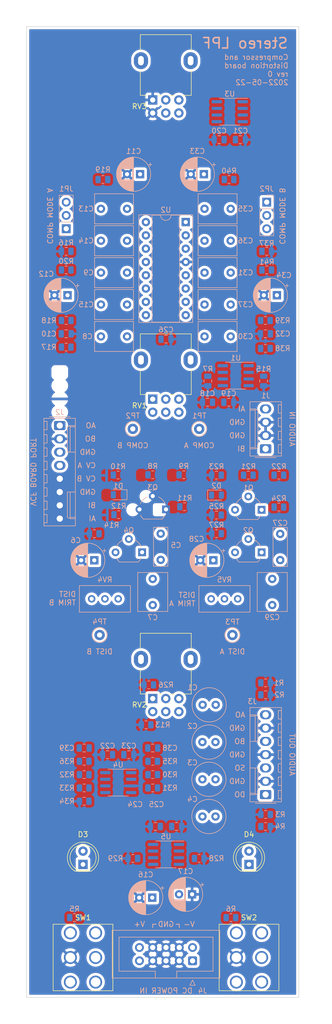
<source format=kicad_pcb>
(kicad_pcb (version 20211014) (generator pcbnew)
  (layers (0 "F.Cu" signal) (31 "B.Cu" signal) (34 "B.Paste" user) (35 "F.Paste" user) (36 "B.SilkS" user "B.Silkscreen") (37 "F.SilkS" user "F.Silkscreen") (38 "B.Mask" user) (39 "F.Mask" user) (44 "Edge.Cuts" user))
  (net 0 "")
  (net 1 "/sum_diff_amp/SUM_OUT")
  (net 2 "Net-(C1-Pad1)")
  (net 3 "/sum_diff_amp/DIFFERENCE_OUT")
  (net 4 "Net-(C1-Pad2)")
  (net 5 "Net-(C2-Pad1)")
  (net 6 "Net-(C2-Pad2)")
  (net 7 "Net-(C3-Pad2)")
  (net 8 "Net-(C4-Pad2)")
  (net 9 "Net-(C5-Pad1)")
  (net 10 "Net-(C5-Pad2)")
  (net 11 "Net-(C6-Pad1)")
  (net 12 "GND")
  (net 13 "Net-(C7-Pad1)")
  (net 14 "/distortion_B/SIGNAL_OUT")
  (net 15 "Net-(C8-Pad1)")
  (net 16 "/DRY_B")
  (net 17 "Net-(C10-Pad1)")
  (net 18 "Net-(C11-Pad1)")
  (net 19 "Net-(C12-Pad1)")
  (net 20 "Net-(C13-Pad1)")
  (net 21 "Net-(C13-Pad2)")
  (net 22 "Net-(C14-Pad1)")
  (net 23 "Net-(C15-Pad1)")
  (net 24 "+15V")
  (net 25 "-15V")
  (net 26 "Net-(C27-Pad1)")
  (net 27 "Net-(C27-Pad2)")
  (net 28 "Net-(C28-Pad1)")
  (net 29 "Net-(C29-Pad1)")
  (net 30 "/distortion_A/SIGNAL_OUT")
  (net 31 "Net-(C30-Pad1)")
  (net 32 "/DRY_A")
  (net 33 "Net-(C32-Pad1)")
  (net 34 "Net-(C33-Pad1)")
  (net 35 "Net-(C34-Pad1)")
  (net 36 "Net-(C35-Pad1)")
  (net 37 "Net-(C35-Pad2)")
  (net 38 "Net-(C36-Pad1)")
  (net 39 "Net-(C37-Pad1)")
  (net 40 "Net-(C38-Pad1)")
  (net 41 "Net-(C39-Pad1)")
  (net 42 "Net-(D1-Pad1)")
  (net 43 "Net-(D1-Pad2)")
  (net 44 "Net-(D2-Pad1)")
  (net 45 "Net-(D2-Pad2)")
  (net 46 "Net-(D3-Pad1)")
  (net 47 "Net-(D3-Pad2)")
  (net 48 "Net-(D4-Pad1)")
  (net 49 "Net-(D4-Pad2)")
  (net 50 "/input_buffer_A/SIGNAL_IN")
  (net 51 "/input_buffer_B/SIGNAL_IN")
  (net 52 "Net-(JP1-Pad2)")
  (net 53 "Net-(JP2-Pad2)")
  (net 54 "Net-(Q2-Pad1)")
  (net 55 "Net-(Q4-Pad1)")
  (net 56 "/led_drivers/CV_A_IN")
  (net 57 "/led_drivers/CV_B_IN")
  (net 58 "/compressor_B/SIGNAL_OUT")
  (net 59 "Net-(R13-Pad1)")
  (net 60 "Net-(C9-Pad1)")
  (net 61 "Net-(R18-Pad2)")
  (net 62 "/compressor_A/SIGNAL_OUT")
  (net 63 "Net-(R26-Pad1)")
  (net 64 "/WET_A")
  (net 65 "/WET_B")
  (net 66 "Net-(R33-Pad2)")
  (net 67 "Net-(C9-Pad2)")
  (net 68 "Net-(R39-Pad2)")
  (net 69 "/output_buffer_A/SIGNAL_IN")
  (net 70 "/output_buffer_B/SIGNAL_IN")
  (net 73 "Net-(C31-Pad1)")
  (net 74 "Net-(C31-Pad2)")
  (net 75 "Net-(J2-Pad4)")
  (net 76 "Net-(R5-Pad1)")
  (net 77 "Net-(J2-Pad7)")
  (net 78 "Net-(RV3-Pad3)")
  (footprint "custom_footprints:DPDT_mini_toggle" (layer "F.Cu") (at 139.065 193.04)
    (fp_text reference "SW2" (at 0 -7.62) (layer "F.SilkS"))
    (fp_text value "bypass_switch_B")
    (pad "1" thru_hole circle locked (at 2.415 -4.7) (size 2.5 2.5) (drill 1.85) (layers *.Cu *.Mask) (net 16 "/DRY_B"))
    (pad "2" thru_hole circle locked (at 2.415 0) (size 2.5 2.5) (drill 1.85) (layers *.Cu *.Mask) (net 5 "Net-(C2-Pad1)"))
    (pad "3" thru_hole circle locked (at 2.415 4.7) (size 2.5 2.5) (drill 1.85) (layers *.Cu *.Mask) (net 65 "/WET_B"))
    (pad "4" thru_hole circle locked (at -2.415 -4.7) (size 2.5 2.5) (drill 1.85) (layers *.Cu *.Mask) (net 57 "/led_drivers/CV_B_IN"))
    (pad "5" thru_hole circle locked (at -2.415 0) (size 2.5 2.5) (drill 1.85) (layers *.Cu *.Mask) (net 12 "GND"))
    (pad "6" thru_hole circle locked (at -2.415 4.7) (size 2.5 2.5) (drill 1.85) (layers *.Cu *.Mask))
  )
  (footprint "Potentiometer_THT:Potentiometer_Alpha_RD902F-40-00D_Dual_Vertical" (layer "F.Cu") (at 120.65 143.59 90)
    (fp_text reference "RV2" (at -1.19 -2.54 180) (layer "F.SilkS"))
    (fp_text value "100k")
    (pad "" thru_hole oval locked (at 7.5 -2.25 180) (size 2.72 3.24) (drill oval 1.1 1.8) (layers *.Cu *.Mask))
    (pad "" thru_hole oval locked (at 7.5 7.25 180) (size 2.72 3.24) (drill oval 1.1 1.8) (layers *.Cu *.Mask))
    (pad "1" thru_hole rect locked (at 0 0 180) (size 1.8 1.8) (drill 1) (layers *.Cu *.Mask) (net 63 "Net-(R26-Pad1)"))
    (pad "2" thru_hole circle locked (at 0 2.5 180) (size 1.8 1.8) (drill 1) (layers *.Cu *.Mask) (net 54 "Net-(Q2-Pad1)"))
    (pad "3" thru_hole circle locked (at 0 5 180) (size 1.8 1.8) (drill 1) (layers *.Cu *.Mask) (net 27 "Net-(C27-Pad2)"))
    (pad "4" thru_hole circle locked (at -2.5 0 180) (size 1.8 1.8) (drill 1) (layers *.Cu *.Mask) (net 59 "Net-(R13-Pad1)"))
    (pad "5" thru_hole circle locked (at -2.5 2.5 180) (size 1.8 1.8) (drill 1) (layers *.Cu *.Mask) (net 55 "Net-(Q4-Pad1)"))
    (pad "6" thru_hole circle locked (at -2.5 5 180) (size 1.8 1.8) (drill 1) (layers *.Cu *.Mask) (net 10 "Net-(C5-Pad2)"))
  )
  (footprint "Potentiometer_THT:Potentiometer_Alpha_RD902F-40-00D_Dual_Vertical" (layer "F.Cu") (at 120.65 86.4 90)
    (fp_text reference "RV1" (at -1.23 -2.54 180) (layer "F.SilkS"))
    (fp_text value "100k")
    (pad "" thru_hole oval locked (at 7.5 -2.25 180) (size 2.72 3.24) (drill oval 1.1 1.8) (layers *.Cu *.Mask))
    (pad "" thru_hole oval locked (at 7.5 7.25 180) (size 2.72 3.24) (drill oval 1.1 1.8) (layers *.Cu *.Mask))
    (pad "1" thru_hole rect locked (at 0 0 180) (size 1.8 1.8) (drill 1) (layers *.Cu *.Mask) (net 32 "/DRY_A"))
    (pad "2" thru_hole circle locked (at 0 2.5 180) (size 1.8 1.8) (drill 1) (layers *.Cu *.Mask) (net 62 "/compressor_A/SIGNAL_OUT"))
    (pad "3" thru_hole circle locked (at 0 5 180) (size 1.8 1.8) (drill 1) (layers *.Cu *.Mask) (net 39 "Net-(C37-Pad1)"))
    (pad "4" thru_hole circle locked (at -2.5 0 180) (size 1.8 1.8) (drill 1) (layers *.Cu *.Mask) (net 16 "/DRY_B"))
    (pad "5" thru_hole circle locked (at -2.5 2.5 180) (size 1.8 1.8) (drill 1) (layers *.Cu *.Mask) (net 58 "/compressor_B/SIGNAL_OUT"))
    (pad "6" thru_hole circle locked (at -2.5 5 180) (size 1.8 1.8) (drill 1) (layers *.Cu *.Mask) (net 23 "Net-(C15-Pad1)"))
  )
  (footprint "custom_footprints:DPDT_mini_toggle" (layer "F.Cu") (at 107.315 193.04)
    (fp_text reference "SW1" (at 0 -7.62) (layer "F.SilkS"))
    (fp_text value "bypass_switch_A")
    (pad "1" thru_hole circle locked (at 2.415 -4.7) (size 2.5 2.5) (drill 1.85) (layers *.Cu *.Mask) (net 32 "/DRY_A"))
    (pad "2" thru_hole circle locked (at 2.415 0) (size 2.5 2.5) (drill 1.85) (layers *.Cu *.Mask) (net 2 "Net-(C1-Pad1)"))
    (pad "3" thru_hole circle locked (at 2.415 4.7) (size 2.5 2.5) (drill 1.85) (layers *.Cu *.Mask) (net 64 "/WET_A"))
    (pad "4" thru_hole circle locked (at -2.415 -4.7) (size 2.5 2.5) (drill 1.85) (layers *.Cu *.Mask) (net 56 "/led_drivers/CV_A_IN"))
    (pad "5" thru_hole circle locked (at -2.415 0) (size 2.5 2.5) (drill 1.85) (layers *.Cu *.Mask) (net 12 "GND"))
    (pad "6" thru_hole circle locked (at -2.415 4.7) (size 2.5 2.5) (drill 1.85) (layers *.Cu *.Mask))
  )
  (footprint "Potentiometer_THT:Potentiometer_Alpha_RD902F-40-00D_Dual_Vertical" (layer "F.Cu") (at 120.65 29.25 90)
    (fp_text reference "RV3" (at -1.23 -2.54 180) (layer "F.SilkS"))
    (fp_text value "100k")
    (pad "" thru_hole oval locked (at 7.5 7.25 180) (size 2.72 3.24) (drill oval 1.1 1.8) (layers *.Cu *.Mask))
    (pad "" thru_hole oval locked (at 7.5 -2.25 180) (size 2.72 3.24) (drill oval 1.1 1.8) (layers *.Cu *.Mask))
    (pad "1" thru_hole rect locked (at 0 0 180) (size 1.8 1.8) (drill 1) (layers *.Cu *.Mask) (net 12 "GND"))
    (pad "2" thru_hole circle locked (at 0 2.5 180) (size 1.8 1.8) (drill 1) (layers *.Cu *.Mask) (net 69 "/output_buffer_A/SIGNAL_IN"))
    (pad "3" thru_hole circle locked (at 0 5 180) (size 1.8 1.8) (drill 1) (layers *.Cu *.Mask) (net 78 "Net-(RV3-Pad3)"))
    (pad "4" thru_hole circle locked (at -2.5 0 180) (size 1.8 1.8) (drill 1) (layers *.Cu *.Mask) (net 12 "GND"))
    (pad "5" thru_hole circle locked (at -2.5 2.5 180) (size 1.8 1.8) (drill 1) (layers *.Cu *.Mask) (net 70 "/output_buffer_B/SIGNAL_IN"))
    (pad "6" thru_hole circle locked (at -2.5 5 180) (size 1.8 1.8) (drill 1) (layers *.Cu *.Mask) (net 77 "Net-(J2-Pad7)"))
  )
  (footprint "LED_THT:LED_D5.0mm" (layer "F.Cu") (at 139.065 175.265 90)
    (fp_text reference "D4" (at 5.72 0 180) (layer "F.SilkS"))
    (fp_text value "red_green")
    (pad "1" thru_hole rect locked (at 0 0 90) (size 1.8 1.8) (drill 0.9) (layers *.Cu *.Mask) (net 48 "Net-(D4-Pad1)"))
    (pad "2" thru_hole circle locked (at 2.54 0 90) (size 1.8 1.8) (drill 0.9) (layers *.Cu *.Mask) (net 49 "Net-(D4-Pad2)"))
  )
  (footprint "LED_THT:LED_D5.0mm" (layer "F.Cu") (at 107.315 175.265 90)
    (fp_text reference "D3" (at 5.72 0 180) (layer "F.SilkS"))
    (fp_text value "red_green")
    (pad "1" thru_hole rect locked (at 0 0 90) (size 1.8 1.8) (drill 0.9) (layers *.Cu *.Mask) (net 46 "Net-(D3-Pad1)"))
    (pad "2" thru_hole circle locked (at 2.54 0 90) (size 1.8 1.8) (drill 0.9) (layers *.Cu *.Mask) (net 47 "Net-(D3-Pad2)"))
  )
  (footprint "Capacitor_SMD:C_0805_2012Metric" (layer "B.Cu") (at 104.1 73.914)
    (fp_text reference "C10" (at -3.302 0) (layer "B.SilkS") (effects (justify mirror)))
    (fp_text value "220p")
    (pad "1" smd roundrect (at -0.95 0) (size 1 1.45) (layers "B.Cu" "B.Paste" "B.Mask") (net 17 "Net-(C10-Pad1)"))
    (pad "2" smd roundrect (at 0.95 0) (size 1 1.45) (layers "B.Cu" "B.Paste" "B.Mask") (net 12 "GND"))
  )
  (footprint "TestPoint:TestPoint_Keystone_5000-5004_Miniature" (layer "B.Cu") (at 110.49 131.445 180)
    (fp_text reference "TP4" (at 0 2.54) (layer "B.SilkS") (effects (justify mirror)))
    (fp_text value "distortion_B")
    (pad "1" thru_hole circle (at 0 0 180) (size 2 2) (drill 1) (layers *.Cu *.Mask) (net 14 "/distortion_B/SIGNAL_OUT"))
  )
  (footprint "Capacitor_THT:CP_Radial_D6.3mm_P2.50mm" (layer "B.Cu") (at 132.24638 117.174 180)
    (fp_text reference "C28" (at 3.21438 4.064 180) (layer "B.SilkS") (effects (justify mirror)))
    (fp_text value "10u")
    (pad "1" thru_hole rect (at 0 0 180) (size 1.6 1.6) (drill 0.8) (layers *.Cu *.Mask) (net 28 "Net-(C28-Pad1)"))
    (pad "2" thru_hole circle (at 2.5 0 180) (size 1.6 1.6) (drill 0.8) (layers *.Cu *.Mask) (net 12 "GND"))
  )
  (footprint "Capacitor_THT:C_Rect_L7.2mm_W2.5mm_P5.00mm_FKS2_FKP2_MKS2_MKP2" (layer "B.Cu") (at 145.034 112.134 -90)
    (fp_text reference "C27" (at -2.072 0 180) (layer "B.SilkS") (effects (justify mirror)))
    (fp_text value "100n")
    (pad "1" thru_hole circle (at 0 0 270) (size 1.6 1.6) (drill 0.8) (layers *.Cu *.Mask) (net 26 "Net-(C27-Pad1)"))
    (pad "2" thru_hole circle (at 5 0 270) (size 1.6 1.6) (drill 0.8) (layers *.Cu *.Mask) (net 27 "Net-(C27-Pad2)"))
  )
  (footprint "Package_TO_SOT_THT:TO-92_Wide" (layer "B.Cu") (at 118.618 115.65 180)
    (fp_text reference "Q4" (at 2.55 4.19) (layer "B.SilkS") (effects (justify mirror)))
    (fp_text value "BF245A")
    (pad "1" thru_hole rect (at 0 0 180) (size 1.5 1.5) (drill 0.8) (layers *.Cu *.Mask) (net 55 "Net-(Q4-Pad1)"))
    (pad "2" thru_hole circle (at 2.54 2.54 180) (size 1.5 1.5) (drill 0.8) (layers *.Cu *.Mask) (net 11 "Net-(C6-Pad1)"))
    (pad "3" thru_hole circle (at 5.08 0 180) (size 1.5 1.5) (drill 0.8) (layers *.Cu *.Mask) (net 13 "Net-(C7-Pad1)"))
  )
  (footprint "Connector_PinHeader_2.54mm:PinHeader_1x03_P2.54mm_Vertical" (layer "B.Cu") (at 104.1 53.848)
    (fp_text reference "JP1" (at 0 -7.62) (layer "B.SilkS") (effects (justify mirror)))
    (fp_text value "compression_mode")
    (pad "1" thru_hole rect (at 0 0) (size 1.7 1.7) (drill 1) (layers *.Cu *.Mask) (net 15 "Net-(C8-Pad1)"))
    (pad "2" thru_hole oval (at 0 -2.54) (size 1.7 1.7) (drill 1) (layers *.Cu *.Mask) (net 52 "Net-(JP1-Pad2)"))
    (pad "3" thru_hole oval (at 0 -5.08) (size 1.7 1.7) (drill 1) (layers *.Cu *.Mask) (net 22 "Net-(C14-Pad1)"))
  )
  (footprint "Resistor_SMD:R_0805_2012Metric" (layer "B.Cu") (at 129.54 174.117 180)
    (fp_text reference "R28" (at -3.302 0) (layer "B.SilkS") (effects (justify mirror)))
    (fp_text value "3k3")
    (pad "1" smd roundrect (at -0.9125 0 180) (size 1.025 1.4) (layers "B.Cu" "B.Paste" "B.Mask") (roundrect_rratio 0.243902) (net 12 "GND"))
    (pad "2" smd roundrect (at 0.9125 0 180) (size 1.025 1.4) (layers "B.Cu" "B.Paste" "B.Mask") (roundrect_rratio 0.243902) (net 47 "Net-(D3-Pad2)"))
  )
  (footprint "Capacitor_THT:C_Rect_L7.2mm_W5.5mm_P5.00mm_FKS2_FKP2_MKS2_MKP2" (layer "B.Cu") (at 115.744 62.23 180)
    (fp_text reference "C9" (at 7.366 0) (layer "B.SilkS") (effects (justify mirror)))
    (fp_text value "1u")
    (pad "1" thru_hole circle (at 0 0 180) (size 1.6 1.6) (drill 0.8) (layers *.Cu *.Mask) (net 60 "Net-(C9-Pad1)"))
    (pad "2" thru_hole circle (at 5 0 180) (size 1.6 1.6) (drill 0.8) (layers *.Cu *.Mask) (net 67 "Net-(C9-Pad2)"))
  )
  (footprint "Connector_Molex:Molex_KK-254_AE-6410-04A_1x04_P2.54mm_Vertical" (layer "B.Cu") (at 142.24 95.885 90)
    (fp_text reference "J1" (at 10.16 0) (layer "B.SilkS") (effects (justify mirror)))
    (fp_text value "dry_in")
    (pad "1" thru_hole roundrect (at 0 0 90) (size 1.74 2.19) (drill 1.19) (layers *.Cu *.Mask) (roundrect_rratio 0.143678) (net 50 "/input_buffer_A/SIGNAL_IN"))
    (pad "2" thru_hole oval (at 2.54 0 90) (size 1.74 2.19) (drill 1.19) (layers *.Cu *.Mask) (net 12 "GND"))
    (pad "3" thru_hole oval (at 5.08 0 90) (size 1.74 2.19) (drill 1.19) (layers *.Cu *.Mask) (net 12 "GND"))
    (pad "4" thru_hole oval (at 7.62 0 90) (size 1.74 2.19) (drill 1.19) (layers *.Cu *.Mask) (net 51 "/input_buffer_B/SIGNAL_IN"))
  )
  (footprint "Capacitor_SMD:C_0805_2012Metric" (layer "B.Cu") (at 135.194 86.995 180)
    (fp_text reference "C19" (at 0 1.68) (layer "B.SilkS") (effects (justify mirror)))
    (fp_text value "100n")
    (pad "1" smd roundrect (at -0.95 0 180) (size 1 1.45) (layers "B.Cu" "B.Paste" "B.Mask") (net 12 "GND"))
    (pad "2" smd roundrect (at 0.95 0 180) (size 1 1.45) (layers "B.Cu" "B.Paste" "B.Mask") (net 25 "-15V"))
  )
  (footprint "Capacitor_SMD:C_0805_2012Metric" (layer "B.Cu") (at 125.222 168.021 180)
    (fp_text reference "C25" (at 3.857 4.22) (layer "B.SilkS") (effects (justify mirror)))
    (fp_text value "100n")
    (pad "1" smd roundrect (at -0.95 0 180) (size 1 1.45) (layers "B.Cu" "B.Paste" "B.Mask") (net 12 "GND"))
    (pad "2" smd roundrect (at 0.95 0 180) (size 1 1.45) (layers "B.Cu" "B.Paste" "B.Mask") (net 25 "-15V"))
  )
  (footprint "Capacitor_THT:C_Radial_D6.3mm_H5.0mm_P2.50mm" (layer "B.Cu") (at 130.155 159.004)
    (fp_text reference "C3" (at -1.905 -3.175) (layer "B.SilkS") (effects (justify mirror)))
    (fp_text value "10u B.P.")
    (pad "1" thru_hole circle (at 0 0) (size 1.6 1.6) (drill 0.8) (layers *.Cu *.Mask) (net 1 "/sum_diff_amp/SUM_OUT"))
    (pad "2" thru_hole circle (at 2.5 0) (size 1.6 1.6) (drill 0.8) (layers *.Cu *.Mask) (net 7 "Net-(C3-Pad2)"))
  )
  (footprint "Capacitor_THT:CP_Radial_D6.3mm_P2.50mm" (layer "B.Cu") (at 128.18238 180.975 180)
    (fp_text reference "C17" (at 1.25 4.4) (layer "B.SilkS") (effects (justify mirror)))
    (fp_text value "10u")
    (pad "1" thru_hole rect (at 0 0 180) (size 1.6 1.6) (drill 0.8) (layers *.Cu *.Mask) (net 12 "GND"))
    (pad "2" thru_hole circle (at 2.5 0 180) (size 1.6 1.6) (drill 0.8) (layers *.Cu *.Mask) (net 25 "-15V"))
  )
  (footprint "Capacitor_THT:C_Rect_L7.2mm_W5.5mm_P5.00mm_FKS2_FKP2_MKS2_MKP2" (layer "B.Cu") (at 143.51 125.73 90)
    (fp_text reference "C29" (at -2.326 0 180) (layer "B.SilkS") (effects (justify mirror)))
    (fp_text value "1u")
    (pad "1" thru_hole circle (at 0 0 90) (size 1.6 1.6) (drill 0.8) (layers *.Cu *.Mask) (net 29 "Net-(C29-Pad1)"))
    (pad "2" thru_hole circle (at 5 0 90) (size 1.6 1.6) (drill 0.8) (layers *.Cu *.Mask) (net 30 "/distortion_A/SIGNAL_OUT"))
  )
  (footprint "Package_SO:SOIC-8_3.9x4.9mm_P1.27mm" (layer "B.Cu") (at 136.525 81.915 180)
    (fp_text reference "U1" (at 0 3.4) (layer "B.SilkS") (effects (justify mirror)))
    (fp_text value "TL072")
    (pad "1" smd roundrect (at -2.475 1.905 180) (size 1.95 0.6) (layers "B.Cu" "B.Paste" "B.Mask") (net 32 "/DRY_A"))
    (pad "2" smd roundrect (at -2.475 0.635 180) (size 1.95 0.6) (layers "B.Cu" "B.Paste" "B.Mask") (net 32 "/DRY_A"))
    (pad "3" smd roundrect (at -2.475 -0.635 180) (size 1.95 0.6) (layers "B.Cu" "B.Paste" "B.Mask") (net 50 "/input_buffer_A/SIGNAL_IN"))
    (pad "4" smd roundrect (at -2.475 -1.905 180) (size 1.95 0.6) (layers "B.Cu" "B.Paste" "B.Mask") (net 25 "-15V"))
    (pad "5" smd roundrect (at 2.475 -1.905 180) (size 1.95 0.6) (layers "B.Cu" "B.Paste" "B.Mask") (net 51 "/input_buffer_B/SIGNAL_IN"))
    (pad "6" smd roundrect (at 2.475 -0.635 180) (size 1.95 0.6) (layers "B.Cu" "B.Paste" "B.Mask") (net 16 "/DRY_B"))
    (pad "7" smd roundrect (at 2.475 0.635 180) (size 1.95 0.6) (layers "B.Cu" "B.Paste" "B.Mask") (net 16 "/DRY_B"))
    (pad "8" smd roundrect (at 2.475 1.905 180) (size 1.95 0.6) (layers "B.Cu" "B.Paste" "B.Mask") (net 24 "+15V"))
  )
  (footprint "Capacitor_THT:CP_Radial_D6.3mm_P2.50mm" (layer "B.Cu") (at 104.354 66.548 180)
    (fp_text reference "C12" (at 4.064 4.064) (layer "B.SilkS") (effects (justify mirror)))
    (fp_text value "10u")
    (pad "1" thru_hole rect (at 0 0 180) (size 1.6 1.6) (drill 0.8) (layers *.Cu *.Mask) (net 19 "Net-(C12-Pad1)"))
    (pad "2" thru_hole circle (at 2.5 0 180) (size 1.6 1.6) (drill 0.8) (layers *.Cu *.Mask) (net 12 "GND"))
  )
  (footprint "Capacitor_THT:C_Rect_L7.2mm_W5.5mm_P5.00mm_FKS2_FKP2_MKS2_MKP2" (layer "B.Cu") (at 135.556 50.038 180)
    (fp_text reference "C35" (at -2.834 0) (layer "B.SilkS") (effects (justify mirror)))
    (fp_text value "1u")
    (pad "1" thru_hole circle (at 0 0 180) (size 1.6 1.6) (drill 0.8) (layers *.Cu *.Mask) (net 36 "Net-(C35-Pad1)"))
    (pad "2" thru_hole circle (at 5 0 180) (size 1.6 1.6) (drill 0.8) (layers *.Cu *.Mask) (net 37 "Net-(C35-Pad2)"))
  )
  (footprint "Connector_IDC:IDC-Header_2x05_P2.54mm_Vertical" (layer "B.Cu") (at 128.27 193.675 90)
    (fp_text reference "J4" (at -5.715 1.905 180) (layer "B.SilkS") (effects (justify mirror)))
    (fp_text value "power_entry")
    (pad "1" thru_hole roundrect (at 0 0 90) (size 1.7 1.7) (drill 1) (layers *.Cu *.Mask) (roundrect_rratio 0.147059) (net 25 "-15V"))
    (pad "2" thru_hole circle (at 2.54 0 90) (size 1.7 1.7) (drill 1) (layers *.Cu *.Mask) (net 25 "-15V"))
    (pad "3" thru_hole circle (at 0 -2.54 90) (size 1.7 1.7) (drill 1) (layers *.Cu *.Mask) (net 12 "GND"))
    (pad "4" thru_hole circle (at 2.54 -2.54 90) (size 1.7 1.7) (drill 1) (layers *.Cu *.Mask) (net 12 "GND"))
    (pad "5" thru_hole circle (at 0 -5.08 90) (size 1.7 1.7) (drill 1) (layers *.Cu *.Mask) (net 12 "GND"))
    (pad "6" thru_hole circle (at 2.54 -5.08 90) (size 1.7 1.7) (drill 1) (layers *.Cu *.Mask) (net 12 "GND"))
    (pad "7" thru_hole circle (at 0 -7.62 90) (size 1.7 1.7) (drill 1) (layers *.Cu *.Mask) (net 12 "GND"))
    (pad "8" thru_hole circle (at 2.54 -7.62 90) (size 1.7 1.7) (drill 1) (layers *.Cu *.Mask) (net 12 "GND"))
    (pad "9" thru_hole circle (at 0 -10.16 90) (size 1.7 1.7) (drill 1) (layers *.Cu *.Mask) (net 24 "+15V"))
    (pad "10" thru_hole circle (at 2.54 -10.16 90) (size 1.7 1.7) (drill 1) (layers *.Cu *.Mask) (net 24 "+15V"))
  )
  (footprint "Capacitor_THT:C_Rect_L7.2mm_W5.5mm_P5.00mm_FKS2_FKP2_MKS2_MKP2" (layer "B.Cu") (at 110.744 68.326)
    (fp_text reference "C15" (at -2.834 0) (layer "B.SilkS") (effects (justify mirror)))
    (fp_text value "1u")
    (pad "1" thru_hole circle (at 0 0) (size 1.6 1.6) (drill 0.8) (layers *.Cu *.Mask) (net 23 "Net-(C15-Pad1)"))
    (pad "2" thru_hole circle (at 5 0) (size 1.6 1.6) (drill 0.8) (layers *.Cu *.Mask) (net 21 "Net-(C13-Pad2)"))
  )
  (footprint "Resistor_SMD:R_0805_2012Metric" (layer "B.Cu") (at 107.5455 155.575)
    (fp_text reference "R36" (at -3.302 0) (layer "B.SilkS") (effects (justify mirror)))
    (fp_text value "100k")
    (pad "1" smd roundrect (at -0.9125 0) (size 1.025 1.4) (layers "B.Cu" "B.Paste" "B.Mask") (roundrect_rratio 0.243902) (net 41 "Net-(C39-Pad1)"))
    (pad "2" smd roundrect (at 0.9125 0) (size 1.025 1.4) (layers "B.Cu" "B.Paste" "B.Mask") (roundrect_rratio 0.243902) (net 3 "/sum_diff_amp/DIFFERENCE_OUT"))
  )
  (footprint "Resistor_SMD:R_0805_2012Metric" (layer "B.Cu") (at 114.1495 108.466 180)
    (fp_text reference "R12" (at 0 1.65) (layer "B.SilkS") (effects (justify mirror)))
    (fp_text value "2k")
    (pad "1" smd roundrect (at -0.9125 0 180) (size 1.025 1.4) (layers "B.Cu" "B.Paste" "B.Mask") (roundrect_rratio 0.243902) (net 43 "Net-(D1-Pad2)"))
    (pad "2" smd roundrect (at 0.9125 0 180) (size 1.025 1.4) (layers "B.Cu" "B.Paste" "B.Mask") (roundrect_rratio 0.243902) (net 12 "GND"))
  )
  (footprint "Resistor_SMD:R_0805_2012Metric" (layer "B.Cu") (at 142.24 142.875)
    (fp_text reference "R2" (at 2.6435 0) (layer "B.SilkS") (effects (justify mirror)))
    (fp_text value "100k")
    (pad "1" smd roundrect (at -0.9125 0) (size 1.025 1.4) (layers "B.Cu" "B.Paste" "B.Mask") (roundrect_rratio 0.243902) (net 6 "Net-(C2-Pad2)"))
    (pad "2" smd roundrect (at 0.9125 0) (size 1.025 1.4) (layers "B.Cu" "B.Paste" "B.Mask") (roundrect_rratio 0.243902) (net 12 "GND"))
  )
  (footprint "LED_SMD:LED_0805_2012Metric" (layer "B.Cu") (at 114.046 104.656 180)
    (fp_text reference "D1" (at 0 1.65) (layer "B.SilkS") (effects (justify mirror)))
    (fp_text value "red")
    (pad "1" smd roundrect (at -0.9375 0 180) (size 0.975 1.4) (layers "B.Cu" "B.Paste" "B.Mask") (net 42 "Net-(D1-Pad1)"))
    (pad "2" smd roundrect (at 0.9375 0 180) (size 0.975 1.4) (layers "B.Cu" "B.Paste" "B.Mask") (net 43 "Net-(D1-Pad2)"))
  )
  (footprint "Package_SO:SOIC-8_3.9x4.9mm_P1.27mm" (layer "B.Cu") (at 114.046 159.639 180)
    (fp_text reference "U4" (at 0 3.4) (layer "B.SilkS") (effects (justify mirror)))
    (fp_text value "TL072")
    (pad "1" smd roundrect (at -2.475 1.905 180) (size 1.95 0.6) (layers "B.Cu" "B.Paste" "B.Mask") (net 1 "/sum_diff_amp/SUM_OUT"))
    (pad "2" smd roundrect (at -2.475 0.635 180) (size 1.95 0.6) (layers "B.Cu" "B.Paste" "B.Mask") (net 40 "Net-(C38-Pad1)"))
    (pad "3" smd roundrect (at -2.475 -0.635 180) (size 1.95 0.6) (layers "B.Cu" "B.Paste" "B.Mask") (net 12 "GND"))
    (pad "4" smd roundrect (at -2.475 -1.905 180) (size 1.95 0.6) (layers "B.Cu" "B.Paste" "B.Mask") (net 25 "-15V"))
    (pad "5" smd roundrect (at 2.475 -1.905 180) (size 1.95 0.6) (layers "B.Cu" "B.Paste" "B.Mask") (net 66 "Net-(R33-Pad2)"))
    (pad "6" smd roundrect (at 2.475 -0.635 180) (size 1.95 0.6) (layers "B.Cu" "B.Paste" "B.Mask") (net 41 "Net-(C39-Pad1)"))
    (pad "7" smd roundrect (at 2.475 0.635 180) (size 1.95 0.6) (layers "B.Cu" "B.Paste" "B.Mask") (net 3 "/sum_diff_amp/DIFFERENCE_OUT"))
    (pad "8" smd roundrect (at 2.475 1.905 180) (size 1.95 0.6) (layers "B.Cu" "B.Paste" "B.Mask") (net 24 "+15V"))
  )
  (footprint "Connector_PinHeader_2.54mm:PinHeader_1x03_P2.54mm_Vertical" (layer "B.Cu") (at 142.454 48.768 180)
    (fp_text reference "JP2" (at 0 2.54) (layer "B.SilkS") (effects (justify mirror)))
    (fp_text value "compression_mode")
    (pad "1" thru_hole rect (at 0 0 180) (size 1.7 1.7) (drill 1) (layers *.Cu *.Mask) (net 31 "Net-(C30-Pad1)"))
    (pad "2" thru_hole oval (at 0 -2.54 180) (size 1.7 1.7) (drill 1) (layers *.Cu *.Mask) (net 53 "Net-(JP2-Pad2)"))
    (pad "3" thru_hole oval (at 0 -5.08 180) (size 1.7 1.7) (drill 1) (layers *.Cu *.Mask) (net 38 "Net-(C36-Pad1)"))
  )
  (footprint "Package_DIP:DIP-16_W7.62mm_Socket" (layer "B.Cu") (at 126.96 52.578 180)
    (fp_text reference "U2" (at 3.81 2.33) (layer "B.SilkS") (effects (justify mirror)))
    (fp_text value "NE570")
    (pad "1" thru_hole rect (at 0 0 180) (size 1.6 1.6) (drill 0.8) (layers *.Cu *.Mask) (net 34 "Net-(C33-Pad1)"))
    (pad "2" thru_hole oval (at 0 -2.54 180) (size 1.6 1.6) (drill 0.8) (layers *.Cu *.Mask) (net 53 "Net-(JP2-Pad2)"))
    (pad "3" thru_hole oval (at 0 -5.08 180) (size 1.6 1.6) (drill 0.8) (layers *.Cu *.Mask) (net 36 "Net-(C35-Pad1)"))
    (pad "4" thru_hole oval (at 0 -7.62 180) (size 1.6 1.6) (drill 0.8) (layers *.Cu *.Mask) (net 12 "GND"))
    (pad "5" thru_hole oval (at 0 -10.16 180) (size 1.6 1.6) (drill 0.8) (layers *.Cu *.Mask) (net 68 "Net-(R39-Pad2)"))
    (pad "6" thru_hole oval (at 0 -12.7 180) (size 1.6 1.6) (drill 0.8) (layers *.Cu *.Mask) (net 73 "Net-(C31-Pad1)"))
    (pad "7" thru_hole oval (at 0 -15.24 180) (size 1.6 1.6) (drill 0.8) (layers *.Cu *.Mask) (net 37 "Net-(C35-Pad2)"))
    (pad "8" thru_hole oval (at 0 -17.78 180) (size 1.6 1.6) (drill 0.8) (layers *.Cu *.Mask) (net 33 "Net-(C32-Pad1)"))
    (pad "9" thru_hole oval (at 7.62 -17.78 180) (size 1.6 1.6) (drill 0.8) (layers *.Cu *.Mask) (net 17 "Net-(C10-Pad1)"))
    (pad "10" thru_hole oval (at 7.62 -15.24 180) (size 1.6 1.6) (drill 0.8) (layers *.Cu *.Mask) (net 21 "Net-(C13-Pad2)"))
    (pad "11" thru_hole oval (at 7.62 -12.7 180) (size 1.6 1.6) (drill 0.8) (layers *.Cu *.Mask) (net 60 "Net-(C9-Pad1)"))
    (pad "12" thru_hole oval (at 7.62 -10.16 180) (size 1.6 1.6) (drill 0.8) (layers *.Cu *.Mask) (net 61 "Net-(R18-Pad2)"))
    (pad "13" thru_hole oval (at 7.62 -7.62 180) (size 1.6 1.6) (drill 0.8) (layers *.Cu *.Mask) (net 24 "+15V"))
    (pad "14" thru_hole oval (at 7.62 -5.08 180) (size 1.6 1.6) (drill 0.8) (layers *.Cu *.Mask) (net 20 "Net-(C13-Pad1)"))
    (pad "15" thru_hole oval (at 7.62 -2.54 180) (size 1.6 1.6) (drill 0.8) (layers *.Cu *.Mask) (net 52 "Net-(JP1-Pad2)"))
    (pad "16" thru_hole oval (at 7.62 0 180) (size 1.6 1.6) (drill 0.8) (layers *.Cu *.Mask) (net 18 "Net-(C11-Pad1)"))
  )
  (footprint "Resistor_SMD:R_0805_2012Metric" (layer "B.Cu") (at 142.2 76.708 180)
    (fp_text reference "R38" (at -3.302 0) (layer "B.SilkS") (effects (justify mirror)))
    (fp_text value "10k")
    (pad "1" smd roundrect (at -0.9125 0 180) (size 1.025 1.4) (layers "B.Cu" "B.Paste" "B.Mask") (roundrect_rratio 0.243902) (net 74 "Net-(C31-Pad2)"))
    (pad "2" smd roundrect (at 0.9125 0 180) (size 1.025 1.4) (layers "B.Cu" "B.Paste" "B.Mask") (roundrect_rratio 0.243902) (net 32 "/DRY_A"))
  )
  (footprint "Capacitor_SMD:C_0805_2012Metric" (layer "B.Cu") (at 116.078 154.305 180)
    (fp_text reference "C23" (at 0 1.68) (layer "B.SilkS") (effects (justify mirror)))
    (fp_text value "100n")
    (pad "1" smd roundrect (at -0.95 0 180) (size 1 1.45) (layers "B.Cu" "B.Paste" "B.Mask") (net 12 "GND"))
    (pad "2" smd roundrect (at 0.95 0 180) (size 1 1.45) (layers "B.Cu" "B.Paste" "B.Mask") (net 25 "-15V"))
  )
  (footprint "Resistor_SMD:R_0805_2012Metric" (layer "B.Cu") (at 104.1 58.166 180)
    (fp_text reference "R16" (at 0 1.65) (layer "B.SilkS") (effects (justify mirror)))
    (fp_text value "2M2")
    (pad "1" smd roundrect (at -0.9125 0 180) (size 1.025 1.4) (layers "B.Cu" "B.Paste" "B.Mask") (roundrect_rratio 0.243902) (net 15 "Net-(C8-Pad1)"))
    (pad "2" smd roundrect (at 0.9125 0 180) (size 1.025 1.4) (layers "B.Cu" "B.Paste" "B.Mask") (roundrect_rratio 0.243902) (net 12 "GND"))
  )
  (footprint "Capacitor_THT:C_Rect_L7.2mm_W5.5mm_P5.00mm_FKS2_FKP2_MKS2_MKP2" (layer "B.Cu") (at 120.65 120.73 -90)
    (fp_text reference "C7" (at 7.366 0 180) (layer "B.SilkS") (effects (justify mirror)))
    (fp_text value "1u")
    (pad "1" thru_hole circle (at 0 0 270) (size 1.6 1.6) (drill 0.8) (layers *.Cu *.Mask) (net 13 "Net-(C7-Pad1)"))
    (pad "2" thru_hole circle (at 5 0 270) (size 1.6 1.6) (drill 0.8) (layers *.Cu *.Mask) (net 14 "/distortion_B/SIGNAL_OUT"))
  )
  (footprint "Capacitor_THT:C_Rect_L7.2mm_W2.5mm_P5.00mm_FKS2_FKP2_MKS2_MKP2" (layer "B.Cu") (at 122.174 112.094 -90)
    (fp_text reference "C5" (at 2.206 -2.921 180) (layer "B.SilkS") (effects (justify mirror)))
    (fp_text value "100n")
    (pad "1" thru_hole circle (at 0 0 270) (size 1.6 1.6) (drill 0.8) (layers *.Cu *.Mask) (net 9 "Net-(C5-Pad1)"))
    (pad "2" thru_hole circle (at 5 0 270) (size 1.6 1.6) (drill 0.8) (layers *.Cu *.Mask) (net 10 "Net-(C5-Pad2)"))
  )
  (footprint "Capacitor_THT:C_Radial_D6.3mm_H5.0mm_P2.50mm" (layer "B.Cu") (at 130.155 166.116)
    (fp_text reference "C4" (at -1.905 -3.302) (layer "B.SilkS") (effects (justify mirror)))
    (fp_text value "10u B.P.")
    (pad "1" thru_hole circle (at 0 0) (size 1.6 1.6) (drill 0.8) (layers *.Cu *.Mask) (net 3 "/sum_diff_amp/DIFFERENCE_OUT"))
    (pad "2" thru_hole circle (at 2.5 0) (size 1.6 1.6) (drill 0.8) (layers *.Cu *.Mask) (net 8 "Net-(C4-Pad2)"))
  )
  (footprint "Capacitor_THT:C_Rect_L7.2mm_W5.5mm_P5.00mm_FKS2_FKP2_MKS2_MKP2" (layer "B.Cu") (at 110.744 56.134)
    (fp_text reference "C14" (at -2.834 0) (layer "B.SilkS") (effects (justify mirror)))
    (fp_text value "1u")
    (pad "1" thru_hole circle (at 0 0) (size 1.6 1.6) (drill 0.8) (layers *.Cu *.Mask) (net 22 "Net-(C14-Pad1)"))
    (pad "2" thru_hole circle (at 5 0) (size 1.6 1.6) (drill 0.8) (layers *.Cu *.Mask) (net 21 "Net-(C13-Pad2)"))
  )
  (footprint "Capacitor_THT:C_Radial_D6.3mm_H5.0mm_P2.50mm" (layer "B.Cu") (at 130.155 151.892)
    (fp_text reference "C2" (at -1.905 -3.048) (layer "B.SilkS") (effects (justify mirror)))
    (fp_text value "10u B.P.")
    (pad "1" thru_hole circle (at 0 0) (size 1.6 1.6) (drill 0.8) (layers *.Cu *.Mask) (net 5 "Net-(C2-Pad1)"))
    (pad "2" thru_hole circle (at 2.5 0) (size 1.6 1.6) (drill 0.8) (layers *.Cu *.Mask) (net 6 "Net-(C2-Pad2)"))
  )
  (footprint "Resistor_SMD:R_0805_2012Metric" (layer "B.Cu") (at 142.2 71.374 180)
    (fp_text reference "R39" (at -3.302 0) (layer "B.SilkS") (effects (justify mirror)))
    (fp_text value "47k")
    (pad "1" smd roundrect (at -0.9125 0 180) (size 1.025 1.4) (layers "B.Cu" "B.Paste" "B.Mask") (roundrect_rratio 0.243902) (net 35 "Net-(C34-Pad1)"))
    (pad "2" smd roundrect (at 0.9125 0 180) (size 1.025 1.4) (layers "B.Cu" "B.Paste" "B.Mask") (roundrect_rratio 0.243902) (net 68 "Net-(R39-Pad2)"))
  )
  (footprint "Connector_Molex:Molex_KK-254_AE-6410-07A_1x07_P2.54mm_Vertical" (layer "B.Cu") (at 142.24 161.925 90)
    (fp_text reference "J3" (at 17.78 -2.54 180) (layer "B.SilkS") (effects (justify mirror)))
    (fp_text value "final_out")
    (pad "1" thru_hole roundrect (at 0 0 90) (size 1.74 2.19) (drill 1.19) (layers *.Cu *.Mask) (roundrect_rratio 0.143678) (net 4 "Net-(C1-Pad2)"))
    (pad "2" thru_hole oval (at 2.54 0 90) (size 1.74 2.19) (drill 1.19) (layers *.Cu *.Mask) (net 12 "GND"))
    (pad "3" thru_hole oval (at 5.08 0 90) (size 1.74 2.19) (drill 1.19) (layers *.Cu *.Mask) (net 6 "Net-(C2-Pad2)"))
    (pad "4" thru_hole oval (at 7.62 0 90) (size 1.74 2.19) (drill 1.19) (layers *.Cu *.Mask) (net 12 "GND"))
    (pad "5" thru_hole oval (at 10.16 0 90) (size 1.74 2.19) (drill 1.19) (layers *.Cu *.Mask) (net 7 "Net-(C3-Pad2)"))
    (pad "6" thru_hole oval (at 12.7 0 90) (size 1.74 2.19) (drill 1.19) (layers *.Cu *.Mask) (net 12 "GND"))
    (pad "7" thru_hole oval (at 15.24 0 90) (size 1.74 2.19) (drill 1.19) (layers *.Cu *.Mask) (net 8 "Net-(C4-Pad2)"))
  )
  (footprint "Capacitor_THT:C_Rect_L7.2mm_W5.5mm_P5.00mm_FKS2_FKP2_MKS2_MKP2" (layer "B.Cu") (at 115.744 50.038 180)
    (fp_text reference "C13" (at 7.834 0) (layer "B.SilkS") (effects (justify mirror)))
    (fp_text value "1u")
    (pad "1" thru_hole circle (at 0 0 180) (size 1.6 1.6) (drill 0.8) (layers *.Cu *.Mask) (net 20 "Net-(C13-Pad1)"))
    (pad "2" thru_hole circle (at 5 0 180) (size 1.6 1.6) (drill 0.8) (layers *.Cu *.Mask) (net 21 "Net-(C13-Pad2)"))
  )
  (footprint "TestPoint:TestPoint_Keystone_5000-5004_Miniature" (layer "B.Cu") (at 135.89 131.445 180)
    (fp_text reference "TP3" (at 0 2.5) (layer "B.SilkS") (effects (justify mirror)))
    (fp_text value "distortion_A")
    (pad "1" thru_hole circle (at 0 0 180) (size 2 2) (drill 1) (layers *.Cu *.Mask) (net 30 "/distortion_A/SIGNAL_OUT"))
  )
  (footprint "Resistor_SMD:R_0805_2012Metric" (layer "B.Cu") (at 120.65 160.655 180)
    (fp_text reference "R31" (at -3.302 0) (layer "B.SilkS") (effects (justify mirror)))
    (fp_text value "100k")
    (pad "1" smd roundrect (at -0.9125 0 180) (size 1.025 1.4) (layers "B.Cu" "B.Paste" "B.Mask") (roundrect_rratio 0.243902) (net 65 "/WET_B"))
    (pad "2" smd roundrect (at 0.9125 0 180) (size 1.025 1.4) (layers "B.Cu" "B.Paste" "B.Mask") (roundrect_rratio 0.243902) (net 40 "Net-(C38-Pad1)"))
  )
  (footprint "Resistor_SMD:R_0805_2012Metric" (layer "B.Cu") (at 144.78 100.918 180)
    (fp_text reference "R22" (at 0 1.65) (layer "B.SilkS") (effects (justify mirror)))
    (fp_text value "1M")
    (pad "1" smd roundrect (at -0.9125 0 180) (size 1.025 1.4) (layers "B.Cu" "B.Paste" "B.Mask") (roundrect_rratio 0.243902) (net 26 "Net-(C27-Pad1)"))
    (pad "2" smd roundrect (at 0.9125 0 180) (size 1.025 1.4) (layers "B.Cu" "B.Paste" "B.Mask") (roundrect_rratio 0.243902) (net 44 "Net-(D2-Pad1)"))
  )
  (footprint "Capacitor_SMD:C_0805_2012Metric" (layer "B.Cu") (at 121.158 168.021 180)
    (fp_text reference "C24" (at 3.857 4.22) (layer "B.SilkS") (effects (justify mirror)))
    (fp_text value "100n")
    (pad "1" smd roundrect (at -0.95 0 180) (size 1 1.45) (layers "B.Cu" "B.Paste" "B.Mask") (net 24 "+15V"))
    (pad "2" smd roundrect (at 0.95 0 180) (size 1 1.45) (layers "B.Cu" "B.Paste" "B.Mask") (net 12 "GND"))
  )
  (footprint "Resistor_SMD:R_0805_2012Metric" (layer "B.Cu") (at 105.6875 185.42 180)
    (fp_text reference "R5" (at 0 1.65) (layer "B.SilkS") (effects (justify mirror)))
    (fp_text value "100k")
    (pad "1" smd roundrect (at -0.9125 0 180) (size 1.025 1.4) (layers "B.Cu" "B.Paste" "B.Mask") (roundrect_rratio 0.243902) (net 76 "Net-(R5-Pad1)"))
    (pad "2" smd roundrect (at 0.9125 0 180) (size 1.025 1.4) (layers "B.Cu" "B.Paste" "B.Mask") (roundrect_rratio 0.243902) (net 56 "/led_drivers/CV_A_IN"))
  )
  (footprint "Resistor_SMD:R_0805_2012Metric" (layer "B.Cu") (at 116.84 174.117)
    (fp_text reference "R29" (at -3.302 0) (layer "B.SilkS") (effects (justify mirror)))
    (fp_text value "3k3")
    (pad "1" smd roundrect (at -0.9125 0) (size 1.025 1.4) (layers "B.Cu" "B.Paste" "B.Mask") (roundrect_rratio 0.243902) (net 12 "GND"))
    (pad "2" smd roundrect (at 0.9125 0) (size 1.025 1.4) (layers "B.Cu" "B.Paste" "B.Mask") (roundrect_rratio 0.243902) (net 49 "Net-(D4-Pad2)"))
  )
  (footprint "Resistor_SMD:R_0805_2012Metric" (layer "B.Cu") (at 142.24 168.021)
    (fp_text reference "R4" (at 2.794 0) (layer "B.SilkS") (effects (justify mirror)))
    (fp_text value "100k")
    (pad "1" smd roundrect (at -0.9125 0) (size 1.025 1.4) (layers "B.Cu" "B.Paste" "B.Mask") (roundrect_rratio 0.243902) (net 8 "Net-(C4-Pad2)"))
    (pad "2" smd roundrect (at 0.9125 0) (size 1.025 1.4) (layers "B.Cu" "B.Paste" "B.Mask") (roundrect_rratio 0.243902) (net 12 "GND"))
  )
  (footprint "Potentiometer_THT:Potentiometer_Bourns_3296W_Vertical" (layer "B.Cu") (at 131.826 124.54 180)
    (fp_text reference "RV5" (at -2.54 3.66) (layer "B.SilkS") (effects (justify mirror)))
    (fp_text value "50k")
    (pad "1" thru_hole circle (at 0 0 180) (size 1.44 1.44) (drill 0.8) (layers *.Cu *.Mask) (net 29 "Net-(C29-Pad1)"))
    (pad "2" thru_hole circle (at -2.54 0 180) (size 1.44 1.44) (drill 0.8) (layers *.Cu *.Mask) (net 29 "Net-(C29-Pad1)"))
    (pad "3" thru_hole circle (at -5.08 0 180) (size 1.44 1.44) (drill 0.8) (layers *.Cu *.Mask) (net 24 "+15V"))
  )
  (footprint "Capacitor_THT:C_Rect_L7.2mm_W5.5mm_P5.00mm_FKS2_FKP2_MKS2_MKP2" (layer "B.Cu") (at 135.556 74.422 180)
    (fp_text reference "C30" (at -2.834 0) (layer "B.SilkS") (effects (justify mirror)))
    (fp_text value "1u")
    (pad "1" thru_hole circle (at 0 0 180) (size 1.6 1.6) (drill 0.8) (layers *.Cu *.Mask) (net 31 "Net-(C30-Pad1)"))
    (pad "2" thru_hole circle (at 5 0 180) (size 1.6 1.6) (drill 0.8) (layers *.Cu *.Mask) (net 32 "/DRY_A"))
  )
  (footprint "Capacitor_THT:CP_Radial_D6.3mm_P2.50mm" (layer "B.Cu") (at 130.42838 43.434 180)
    (fp_text reference "C33" (at 1.25 4.4) (layer "B.SilkS") (effects (justify mirror)))
    (fp_text value "2u2")
    (pad "1" thru_hole rect (at 0 0 180) (size 1.6 1.6) (drill 0.8) (layers *.Cu *.Mask) (net 34 "Net-(C33-Pad1)"))
    (pad "2" thru_hole circle (at 2.5 0 180) (size 1.6 1.6) (drill 0.8) (layers *.Cu *.Mask) (net 12 "GND"))
  )
  (footprint "Resistor_SMD:R_0805_2012Metric" (layer "B.Cu") (at 142.454 61.722)
    (fp_text reference "R41" (at 0 -1.524) (layer "B.SilkS") (effects (justify mirror)))
    (fp_text value "47k")
    (pad "1" smd roundrect (at -0.9125 0) (size 1.025 1.4) (layers "B.Cu" "B.Paste" "B.Mask") (roundrect_rratio 0.243902) (net 37 "Net-(C35-Pad2)"))
    (pad "2" smd roundrect (at 0.9125 0) (size 1.025 1.4) (layers "B.Cu" "B.Paste" "B.Mask") (roundrect_rratio 0.243902) (net 35 "Net-(C34-Pad1)"))
  )
  (footprint "Capacitor_THT:C_Rect_L7.2mm_W5.5mm_P5.00mm_FKS2_FKP2_MKS2_MKP2" (layer "B.Cu") (at 130.556 62.23)
    (fp_text reference "C31" (at 7.834 0) (layer "B.SilkS") (effects (justify mirror)))
    (fp_text value "1u")
    (pad "1" thru_hole circle (at 0 0) (size 1.6 1.6) (drill 0.8) (layers *.Cu *.Mask) (net 73 "Net-(C31-Pad1)"))
    (pad "2" thru_hole circle (at 5 0) (size 1.6 1.6) (drill 0.8) (layers *.Cu *.Mask) (net 74 "Net-(C31-Pad2)"))
  )
  (footprint "Resistor_SMD:R_0805_2012Metric" (layer "B.Cu") (at 107.5455 160.655)
    (fp_text reference "R33" (at -3.302 0) (layer "B.SilkS") (effects (justify mirror)))
    (fp_text value "100k")
    (pad "1" smd roundrect (at -0.9125 0) (size 1.025 1.4) (layers "B.Cu" "B.Paste" "B.Mask") (roundrect_rratio 0.243902) (net 65 "/WET_B"))
    (pad "2" smd roundrect (at 0.9125 0) (size 1.025 1.4) (layers "B.Cu" "B.Paste" "B.Mask") (roundrect_rratio 0.243902) (net 66 "Net-(R33-Pad2)"))
  )
  (footprint "Resistor_SMD:R_0805_2012Metric" (layer "B.Cu") (at 104.1 76.454 180)
    (fp_text reference "R17" (at 3.302 0) (layer "B.SilkS") (effects (justify mirror)))
    (fp_text value "10k")
    (pad "1" smd roundrect (at -0.9125 0 180) (size 1.025 1.4) (layers "B.Cu" "B.Paste" "B.Mask") (roundrect_rratio 0.243902) (net 67 "Net-(C9-Pad2)"))
    (pad "2" smd roundrect (at 0.9125 0 180) (size 1.025 1.4) (layers "B.Cu" "B.Paste" "B.Mask") (roundrect_rratio 0.243902) (net 16 "/DRY_B"))
  )
  (footprint "Resistor_SMD:R_0805_2012Metric" (layer "B.Cu") (at 107.5455 163.195 180)
    (fp_text reference "R34" (at 3.302 0) (layer "B.SilkS") (effects (justify mirror)))
    (fp_text value "100k")
    (pad "1" smd roundrect (at -0.9125 0 180) (size 1.025 1.4) (layers "B.Cu" "B.Paste" "B.Mask") (roundrect_rratio 0.243902) (net 66 "Net-(R33-Pad2)"))
    (pad "2" smd roundrect (at 0.9125 0 180) (size 1.025 1.4) (layers "B.Cu" "B.Paste" "B.Mask") (roundrect_rratio 0.243902) (net 12 "GND"))
  )
  (footprint "Capacitor_THT:CP_Radial_D6.3mm_P2.50mm" (layer "B.Cu") (at 109.474 117.174 180)
    (fp_text reference "C6" (at 3.556 3.81) (layer "B.SilkS") (effects (justify mirror)))
    (fp_text value "10u")
    (pad "1" thru_hole rect (at 0 0 180) (size 1.6 1.6) (drill 0.8) (layers *.Cu *.Mask) (net 11 "Net-(C6-Pad1)"))
    (pad "2" thru_hole circle (at 2.5 0 180) (size 1.6 1.6) (drill 0.8) (layers *.Cu *.Mask) (net 12 "GND"))
  )
  (footprint "Capacitor_THT:C_Rect_L7.2mm_W5.5mm_P5.00mm_FKS2_FKP2_MKS2_MKP2" (layer "B.Cu") (at 110.744 74.422)
    (fp_text reference "C8" (at -2.58 0) (layer "B.SilkS") (effects (justify mirror)))
    (fp_text value "1u")
    (pad "1" thru_hole circle (at 0 0) (size 1.6 1.6) (drill 0.8) (layers *.Cu *.Mask) (net 15 "Net-(C8-Pad1)"))
    (pad "2" thru_hole circle (at 5 0) (size 1.6 1.6) (drill 0.8) (layers *.Cu *.Mask) (net 16 "/DRY_B"))
  )
  (footprint "Resistor_SMD:R_0805_2012Metric" (layer "B.Cu") (at 135.255 44.45 180)
    (fp_text reference "R40" (at 0 1.65) (layer "B.SilkS") (effects (justify mirror)))
    (fp_text value "2M2")
    (pad "1" smd roundrect (at -0.9125 0 180) (size 1.025 1.4) (layers "B.Cu" "B.Paste" "B.Mask") (roundrect_rratio 0.243902) (net 24 "+15V"))
    (pad "2" smd roundrect (at 0.9125 0 180) (size 1.025 1.4) (layers "B.Cu" "B.Paste" "B.Mask") (roundrect_rratio 0.243902) (net 34 "Net-(C33-Pad1)"))
  )
  (footprint "Resistor_SMD:R_0805_2012Metric" (layer "B.Cu") (at 142.454 58.166)
    (fp_text reference "R37" (at 0 -1.524) (layer "B.SilkS") (effects (justify mirror)))
    (fp_text value "2M2")
    (pad "1" smd roundrect (at -0.9125 0) (size 1.025 1.4) (layers "B.Cu" "B.Paste" "B.Mask") (roundrect_rratio 0.243902) (net 31 "Net-(C30-Pad1)"))
    (pad "2" smd roundrect (at 0.9125 0) (size 1.025 1.4) (layers "B.Cu" "B.Paste" "B.Mask") (roundrect_rratio 0.243902) (net 12 "GND"))
  )
  (footprint "Resistor_SMD:R_0805_2012Metric" (layer "B.Cu") (at 126.5955 100.846 180)
    (fp_text reference "R9" (at 0 1.65) (layer "B.SilkS") (effects (justify mirror)))
    (fp_text value "1M")
    (pad "1" smd roundrect (at -0.9125 0 180) (size 1.025 1.4) (layers "B.Cu" "B.Paste" "B.Mask") (roundrect_rratio 0.243902) (net 9 "Net-(C5-Pad1)"))
    (pad "2" smd roundrect (at 0.9125 0 180) (size 1.025 1.4) (layers "B.Cu" "B.Paste" "B.Mask") (roundrect_rratio 0.243902) (net 42 "Net-(D1-Pad1)"))
  )
  (footprint "Resistor_SMD:R_0805_2012Metric" (layer "B.Cu") (at 114.0225 100.893 180)
    (fp_text reference "R10" (at 0 1.65) (layer "B.SilkS") (effects (justify mirror)))
    (fp_text value "1M")
    (pad "1" smd roundrect (at -0.9125 0 180) (size 1.025 1.4) (layers "B.Cu" "B.Paste" "B.Mask") (roundrect_rratio 0.243902) (net 42 "Net-(D1-Pad1)"))
    (pad "2" smd roundrect (at 0.9125 0 180) (size 1.025 1.4) (layers "B.Cu" "B.Paste" "B.Mask") (roundrect_rratio 0.243902) (net 12 "GND"))
  )
  (footprint "Resistor_SMD:R_0805_2012Metric" (layer "B.Cu") (at 109.474 112.094 180)
    (fp_text reference "R14" (at -3.302 1.65) (layer "B.SilkS") (effects (justify mirror)))
    (fp_text value "1k")
    (pad "1" smd roundrect (at -0.9125 0 180) (size 1.025 1.4) (layers "B.Cu" "B.Paste" "B.Mask") (roundrect_rratio 0.243902) (net 11 "Net-(C6-Pad1)"))
    (pad "2" smd roundrect (at 0.9125 0 180) (size 1.025 1.4) (layers "B.Cu" "B.Paste" "B.Mask") (roundrect_rratio 0.243902) (net 12 "GND"))
  )
  (footprint "Resistor_SMD:R_0805_2012Metric" (layer "B.Cu") (at 132.842 112.094 180)
    (fp_text reference "R27" (at 0 1.65) (layer "B.SilkS") (effects (justify mirror)))
    (fp_text value "1k")
    (pad "1" smd roundrect (at -0.9125 0 180) (size 1.025 1.4) (layers "B.Cu" "B.Paste" "B.Mask") (roundrect_rratio 0.243902) (net 28 "Net-(C28-Pad1)"))
    (pad "2" smd roundrect (at 0.9125 0 180) (size 1.025 1.4) (layers "B.Cu" "B.Paste" "B.Mask") (roundrect_rratio 0.243902) (net 12 "GND"))
  )
  (footprint "Capacitor_SMD:C_0805_2012Metric" (layer "B.Cu") (at 133.35 36.83 180)
    (fp_text reference "C20" (at 0 1.68) (layer "B.SilkS") (effects (justify mirror)))
    (fp_text value "100n")
    (pad "1" smd roundrect (at -0.95 0 180) (size 1 1.45) (layers "B.Cu" "B.Paste" "B.Mask") (net 24 "+15V"))
    (pad "2" smd roundrect (at 0.95 0 180) (size 1 1.45) (layers "B.Cu" "B.Paste" "B.Mask") (net 12 "GND"))
  )
  (footprint "Resistor_SMD:R_0805_2012Metric" (layer "B.Cu") (at 142.24 140.589 180)
    (fp_text reference "R1" (at -2.54 0) (layer "B.SilkS") (effects (justify mirror)))
    (fp_text value "100k")
    (pad "1" smd roundrect (at -0.9125 0 180) (size 1.025 1.4) (layers "B.Cu" "B.Paste" "B.Mask") (roundrect_rratio 0.243902) (net 12 "GND"))
    (pad "2" smd roundrect (at 0.9125 0 180) (size 1.025 1.4) (layers "B.Cu" "B.Paste" "B.Mask") (roundrect_rratio 0.243902) (net 4 "Net-(C1-Pad2)"))
  )
  (footprint "TestPoint:TestPoint_Keystone_5000-5004_Miniature" (layer "B.Cu") (at 116.84 92.075 180)
    (fp_text reference "TP2" (at 0 2.5) (layer "B.SilkS") (effects (justify mirror)))
    (fp_text value "compressor_B")
    (pad "1" thru_hole circle (at 0 0 180) (size 2 2) (drill 1) (layers *.Cu *.Mask) (net 58 "/compressor_B/SIGNAL_OUT"))
  )
  (footprint "LED_SMD:LED_0805_2012Metric" (layer "B.Cu") (at 132.842 104.728)
    (fp_text reference "D2" (at 0 -1.778) (layer "B.SilkS") (effects (justify mirror)))
    (fp_text value "red")
    (pad "1" smd roundrect (at -0.9375 0) (size 0.975 1.4) (layers "B.Cu" "B.Paste" "B.Mask") (net 44 "Net-(D2-Pad1)"))
    (pad "2" smd roundrect (at 0.9375 0) (size 0.975 1.4) (layers "B.Cu" "B.Paste" "B.Mask") (net 45 "Net-(D2-Pad2)"))
  )
  (footprint "Package_TO_SOT_THT:TO-92_Wide" (layer "B.Cu") (at 123.19 107.45 180)
    (fp_text reference "Q3" (at 2.55 4.19) (layer "B.SilkS") (effects (justify mirror)))
    (fp_text value "BS170")
    (pad "1" thru_hole rect (at 0 0 180) (size 1.5 1.5) (drill 0.8) (layers *.Cu *.Mask) (net 9 "Net-(C5-Pad1)"))
    (pad "2" thru_hole circle (at 2.54 2.54 180) (size 1.5 1.5) (drill 0.8) (layers *.Cu *.Mask) (net 42 "Net-(D1-Pad1)"))
    (pad "3" thru_hole circle (at 5.08 0 180) (size 1.5 1.5) (drill 0.8) (layers *.Cu *.Mask) (net 43 "Net-(D1-Pad2)"))
  )
  (footprint "Capacitor_THT:C_Radial_D6.3mm_H5.0mm_P2.50mm" (layer "B.Cu") (at 132.695 144.78 180)
    (fp_text reference "C1" (at 4.445 3.302) (layer "B.SilkS") (effects (justify mirror)))
    (fp_text value "10u B.P.")
    (pad "1" thru_hole circle (at 0 0 180) (size 1.6 1.6) (drill 0.8) (layers *.Cu *.Mask) (net 2 "Net-(C1-Pad1)"))
    (pad "2" thru_hole circle (at 2.5 0 180) (size 1.6 1.6) (drill 0.8) (layers *.Cu *.Mask) (net 4 "Net-(C1-Pad2)"))
  )
  (footprint "Package_TO_SOT_THT:TO-92_Wide" (layer "B.Cu") (at 141.478 107.53 180)
    (fp_text reference "Q1" (at 2.55 4.19) (layer "B.SilkS") (effects (justify mirror)))
    (fp_text value "BS170")
    (pad "1" thru_hole rect (at 0 0 180) (size 1.5 1.5) (drill 0.8) (layers *.Cu *.Mask) (net 26 "Net-(C27-Pad1)"))
    (pad "2" thru_hole circle (at 2.54 2.54 180) (size 1.5 1.5) (drill 0.8) (layers *.Cu *.Mask) (net 44 "Net-(D2-Pad1)"))
    (pad "3" thru_hole circle (at 5.08 0 180) (size 1.5 1.5) (drill 0.8) (layers *.Cu *.Mask) (net 45 "Net-(D2-Pad2)"))
  )
  (footprint "Package_SO:SOIC-8_3.9x4.9mm_P1.27mm" (layer "B.Cu") (at 123.19 173.355 180)
    (fp_text reference "U5" (at 0 3.4) (layer "B.SilkS") (effects (justify mirror)))
    (fp_text value "TL072")
    (pad "1" smd roundrect (at -2.475 1.905 180) (size 1.95 0.6) (layers "B.Cu" "B.Paste" "B.Mask") (net 46 "Net-(D3-Pad1)"))
    (pad "2" smd roundrect (at -2.475 0.635 180) (size 1.95 0.6) (layers "B.Cu" "B.Paste" "B.Mask") (net 47 "Net-(D3-Pad2)"))
    (pad "3" smd roundrect (at -2.475 -0.635 180) (size 1.95 0.6) (layers "B.Cu" "B.Paste" "B.Mask") (net 56 "/led_drivers/CV_A_IN"))
    (pad "4" smd roundrect (at -2.475 -1.905 180) (size 1.95 0.6) (layers "B.Cu" "B.Paste" "B.Mask") (net 25 "-15V"))
    (pad "5" smd roundrect (at 2.475 -1.905 180) (size 1.95 0.6) (layers "B.Cu" "B.Paste" "B.Mask") (net 57 "/led_drivers/CV_B_IN"))
    (pad "6" smd roundrect (at 2.475 -0.635 180) (size 1.95 0.6) (layers "B.Cu" "B.Paste" "B.Mask") (net 49 "Net-(D4-Pad2)"))
    (pad "7" smd roundrect (at 2.475 0.635 180) (size 1.95 0.6) (layers "B.Cu" "B.Paste" "B.Mask") (net 48 "Net-(D4-Pad1)"))
    (pad "8" smd roundrect (at 2.475 1.905 180) (size 1.95 0.6) (layers "B.Cu" "B.Paste" "B.Mask") (net 24 "+15V"))
  )
  (footprint "Capacitor_SMD:C_0805_2012Metric" (layer "B.Cu") (at 142.2 73.914 180)
    (fp_text reference "C32" (at -3.302 0) (layer "B.SilkS") (effects (justify mirror)))
    (fp_text value "220p")
    (pad "1" smd roundrect (at -0.95 0 180) (size 1 1.45) (layers "B.Cu" "B.Paste" "B.Mask") (net 33 "Net-(C32-Pad1)"))
    (pad "2" smd roundrect (at 0.95 0 180) (size 1 1.45) (layers "B.Cu" "B.Paste" "B.Mask") (net 12 "GND"))
  )
  (footprint "Resistor_SMD:R_0805_2012Metric" (layer "B.Cu") (at 104.1 71.374)
    (fp_text reference "R18" (at -3.302 0) (layer "B.SilkS") (effects (justify mirror)))
    (fp_text value "47k")
    (pad "1" smd roundrect (at -0.9125 0) (size 1.025 1.4) (layers "B.Cu" "B.Paste" "B.Mask") (roundrect_rratio 0.243902) (net 19 "Net-(C12-Pad1)"))
    (pad "2" smd roundrect (at 0.9125 0) (size 1.025 1.4) (layers "B.Cu" "B.Paste" "B.Mask") (roundrect_rratio 0.243902) (net 61 "Net-(R18-Pad2)"))
  )
  (footprint "Package_TO_SOT_THT:TO-92_Wide" (layer "B.Cu") (at 141.478 115.658 180)
    (fp_text reference "Q2" (at 2.55 4.19) (layer "B.SilkS") (effects (justify mirror)))
    (fp_text value "BF245A")
    (pad "1" thru_hole rect (at 0 0 180) (size 1.5 1.5) (drill 0.8) (layers *.Cu *.Mask) (net 54 "Net-(Q2-Pad1)"))
    (pad "2" thru_hole circle (at 2.54 2.54 180) (size 1.5 1.5) (drill 0.8) (layers *.Cu *.Mask) (net 28 "Net-(C28-Pad1)"))
    (pad "3" thru_hole circle (at 5.08 0 180) (size 1.5 1.5) (drill 0.8) (layers *.Cu *.Mask) (net 29 "Net-(C29-Pad1)"))
  )
  (footprint "Capacitor_SMD:C_0805_2012Metric" (layer "B.Cu") (at 107.5455 153.035)
    (fp_text reference "C39" (at -3.302 0) (layer "B.SilkS") (effects (justify mirror)))
    (fp_text value "100p")
    (pad "1" smd roundrect (at -0.95 0) (size 1 1.45) (layers "B.Cu" "B.Paste" "B.Mask") (net 41 "Net-(C39-Pad1)"))
    (pad "2" smd roundrect (at 0.95 0) (size 1 1.45) (layers "B.Cu" "B.Paste" "B.Mask") (net 3 "/sum_diff_amp/DIFFERENCE_OUT"))
  )
  (footprint "Resistor_SMD:R_0805_2012Metric" (layer "B.Cu") (at 120.65 100.846 180)
    (fp_text reference "R8" (at 0 1.65) (layer "B.SilkS") (effects (justify mirror)))
    (fp_text value "1k")
    (pad "1" smd roundrect (at -0.9125 0 180) (size 1.025 1.4) (layers "B.Cu" "B.Paste" "B.Mask") (roundrect_rratio 0.243902) (net 58 "/compressor_B/SIGNAL_OUT"))
    (pad "2" smd roundrect (at 0.9125 0 180) (size 1.025 1.4) (layers "B.Cu" "B.Paste" "B.Mask") (roundrect_rratio 0.243902) (net 42 "Net-(D1-Pad1)"))
  )
  (footprint "Capacitor_THT:C_Rect_L7.2mm_W5.5mm_P5.00mm_FKS2_FKP2_MKS2_MKP2" (layer "B.Cu") (at 135.556 56.134 180)
    (fp_text reference "C36" (at -2.834 0) (layer "B.SilkS") (effects (justify mirror)))
    (fp_text value "1u")
    (pad "1" thru_hole circle (at 0 0 180) (size 1.6 1.6) (drill 0.8) (layers *.Cu *.Mask) (net 38 "Net-(C36-Pad1)"))
    (pad "2" thru_hole circle (at 5 0 180) (size 1.6 1.6) (drill 0.8) (layers *.Cu *.Mask) (net 37 "Net-(C35-Pad2)"))
  )
  (footprint "Connector_Molex:Molex_KK-254_AE-6410-08A_1x08_P2.54mm_Vertical" (layer "B.Cu") (at 102.87 91.44 -90)
    (fp_text reference "J2" (at -2.54 0 180) (layer "B.SilkS") (effects (justify mirror)))
    (fp_text value "vcf_board_send_receive")
    (pad "1" thru_hole roundrect (at 0 0 270) (size 1.74 2.19) (drill 1.19) (layers *.Cu *.Mask) (roundrect_rratio 0.143678) (net 30 "/distortion_A/SIGNAL_OUT"))
    (pad "2" thru_hole oval (at 2.54 0 270) (size 1.74 2.19) (drill 1.19) (layers *.Cu *.Mask) (net 14 "/distortion_B/SIGNAL_OUT"))
    (pad "3" thru_hole oval (at 5.08 0 270) (size 1.74 2.19) (drill 1.19) (layers *.Cu *.Mask) (net 12 "GND"))
    (pad "4" thru_hole oval (at 7.62 0 270) (size 1.74 2.19) (drill 1.19) (layers *.Cu *.Mask) (net 75 "Net-(J2-Pad4)"))
    (pad "5" thru_hole oval (at 10.16 0 270) (size 1.74 2.19) (drill 1.19) (layers *.Cu *.Mask) (net 76 "Net-(R5-Pad1)"))
    (pad "6" thru_hole oval (at 12.7 0 270) (size 1.74 2.19) (drill 1.19) (layers *.Cu *.Mask) (net 12 "GND"))
    (pad "7" thru_hole oval (at 15.24 0 270) (size 1.74 2.19) (drill 1.19) (layers *.Cu *.Mask) (net 77 "Net-(J2-Pad7)"))
    (pad "8" thru_hole oval (at 17.78 0 270) (size 1.74 2.19) (drill 1.19) (layers *.Cu *.Mask) (net 78 "Net-(RV3-Pad3)"))
  )
  (footprint "Package_SO:SOIC-8_3.9x4.9mm_P1.27mm" (layer "B.Cu") (at 135.382 31.496 180)
    (fp_text reference "U3" (at 0 3.4) (layer "B.SilkS") (effects (justify mirror)))
    (fp_text value "TL072")
    (pad "1" smd roundrect (at -2.475 1.905 180) (size 1.95 0.6) (layers "B.Cu" "B.Paste" "B.Mask") (net 64 "/WET_A"))
    (pad "2" smd roundrect (at -2.475 0.635 180) (size 1.95 0.6) (layers "B.Cu" "B.Paste" "B.Mask") (net 64 "/WET_A"))
    (pad "3" smd roundrect (at -2.475 -0.635 180) (size 1.95 0.6) (layers "B.Cu" "B.Paste" "B.Mask") (net 69 "/output_buffer_A/SIGNAL_IN"))
    (pad "4" smd roundrect (at -2.475 -1.905 180) (size 1.95 0.6) (layers "B.Cu" "B.Paste" "B.Mask") (net 25 "-15V"))
    (pad "5" smd roundrect (at 2.475 -1.905 180) (size 1.95 0.6) (layers "B.Cu" "B.Paste" "B.Mask") (net 70 "/output_buffer_B/SIGNAL_IN"))
    (pad "6" smd roundrect (at 2.475 -0.635 180) (size 1.95 0.6) (layers "B.Cu" "B.Paste" "B.Mask") (net 65 "/WET_B"))
    (pad "7" smd roundrect (at 2.475 0.635 180) (size 1.95 0.6) (layers "B.Cu" "B.Paste" "B.Mask") (net 65 "/WET_B"))
    (pad "8" smd roundrect (at 2.475 1.905 180) (size 1.95 0.6) (layers "B.Cu" "B.Paste" "B.Mask") (net 24 "+15V"))
  )
  (footprint "Capacitor_SMD:C_0805_2012Metric" (layer "B.Cu") (at 112.014 154.305 180)
    (fp_text reference "C22" (at 0 1.68) (layer "B.SilkS") (effects (justify mirror)))
    (fp_text value "100n")
    (pad "1" smd roundrect (at -0.95 0 180) (size 1 1.45) (layers "B.Cu" "B.Paste" "B.Mask") (net 24 "+15V"))
    (pad "2" smd roundrect (at 0.95 0 180) (size 1 1.45) (layers "B.Cu" "B.Paste" "B.Mask") (net 12 "GND"))
  )
  (footprint "Capacitor_THT:CP_Radial_D6.3mm_P2.50mm" (layer "B.Cu") (at 120.56238 181.61 180)
    (fp_text reference "C16" (at 1.25 4.4) (layer "B.SilkS") (effects (justify mirror)))
    (fp_text value "10u")
    (pad "1" thru_hole rect (at 0 0 180) (size 1.6 1.6) (drill 0.8) (layers *.Cu *.Mask) (net 24 "+15V"))
    (pad "2" thru_hole circle (at 2.5 0 180) (size 1.6 1.6) (drill 0.8) (layers *.Cu *.Mask) (net 12 "GND"))
  )
  (footprint "Resistor_SMD:R_0805_2012Metric" (layer "B.Cu") (at 126.746 106.942 180)
    (fp_text reference "R11" (at 0 1.65) (layer "B.SilkS") (effects (justify mirror)))
    (fp_text value "4k7")
    (pad "1" smd roundrect (at -0.9125 0 180) (size 1.025 1.4) (layers "B.Cu" "B.Paste" "B.Mask") (roundrect_rratio 0.243902) (net 24 "+15V"))
    (pad "2" smd roundrect (at 0.9125 0 180) (size 1.025 1.4) (layers "B.Cu" "B.Paste" "B.Mask") (roundrect_rratio 0.243902) (net 9 "Net-(C5-Pad1)"))
  )
  (footprint "Resistor_SMD:R_0805_2012Metric" (layer "B.Cu") (at 138.938 100.918 180)
    (fp_text reference "R21" (at 0 1.65) (layer "B.SilkS") (effects (justify mirror)))
    (fp_text value "1k")
    (pad "1" smd roundrect (at -0.9125 0 180) (size 1.025 1.4) (layers "B.Cu" "B.Paste" "B.Mask") (roundrect_rratio 0.243902) (net 62 "/compressor_A/SIGNAL_OUT"))
    (pad "2" smd roundrect (at 0.9125 0 180) (size 1.025 1.4) (layers "B.Cu" "B.Paste" "B.Mask") (roundrect_rratio 0.243902) (net 44 "Net-(D2-Pad1)"))
  )
  (footprint "Resistor_SMD:R_0805_2012Metric" (layer "B.Cu") (at 135.6125 185.42 180)
    (fp_text reference "R6" (at 0 1.65) (layer "B.SilkS") (effects (justify mirror)))
    (fp_text value "100k")
    (pad "1" smd roundrect (at -0.9125 0 180) (size 1.025 1.4) (layers "B.Cu" "B.Paste" "B.Mask") (roundrect_rratio 0.243902) (net 75 "Net-(J2-Pad4)"))
    (pad "2" smd roundrect (at 0.9125 0 180) (size 1.025 1.4) (layers "B.Cu" "B.Paste" "B.Mask") (roundrect_rratio 0.243902) (net 57 "/led_drivers/CV_B_IN"))
  )
  (footprint "Resistor_SMD:R_0805_2012Metric" (layer "B.Cu") (at 119.38 148.59 180)
    (fp_text reference "R13" (at -3.175 0) (layer "B.SilkS") (effects (justify mirror)))
    (fp_text value "10k")
    (pad "1" smd roundrect (at -0.9125 0 180) (size 1.025 1.4) (layers "B.Cu" "B.Paste" "B.Mask") (roundrect_rratio 0.243902) (net 59 "Net-(R13-Pad1)"))
    (pad "2" smd roundrect (at 0.9125 0 180) (size 1.025 1.4) (layers "B.Cu" "B.Paste" "B.Mask") (roundrect_rratio 0.243902) (net 12 "GND"))
  )
  (footprint "Resistor_SMD:R_0805_2012Metric" (layer "B.Cu") (at 119.888 140.97 180)
    (fp_text reference "R26" (at -3.302 0) (layer "B.SilkS") (effects (justify mirror)))
    (fp_text value "10k")
    (pad "1" smd roundrect (at -0.9125 0 180) (size 1.025 1.4) (layers "B.Cu" "B.Paste" "B.Mask") (roundrect_rratio 0.243902) (net 63 "Net-(R26-Pad1)"))
    (pad "2" smd roundrect (at 0.9125 0 180) (size 1.025 1.4) (layers "B.Cu" "B.Paste" "B.Mask") (roundrect_rratio 0.243902) (net 12 "GND"))
  )
  (footprint "Resistor_SMD:R_0805_2012Metric" (layer "B.Cu") (at 142.24 165.735)
    (fp_text reference "R3" (at 2.794 0) (layer "B.SilkS") (effects (justify mirror)))
    (fp_text value "100k")
    (pad "1" smd roundrect (at -0.9125 0) (size 1.025 1.4) (layers "B.Cu" "B.Paste" "B.Mask") (roundrect_rratio 0.243902) (net 12 "GND"))
    (pad "2" smd roundrect (at 0.9125 0) (size 1.025 1.4) (layers "B.Cu" "B.Paste" "B.Mask") (roundrect_rratio 0.243902) (net 7 "Net-(C3-Pad2)"))
  )
  (footprint "Resistor_SMD:R_0805_2012Metric" (layer "B.Cu") (at 132.842 100.918 180)
    (fp_text reference "R23" (at 0 1.65) (layer "B.SilkS") (effects (justify mirror)))
    (fp_text value "1M")
    (pad "1" smd roundrect (at -0.9125 0 180) (size 1.025 1.4) (layers "B.Cu" "B.Paste" "B.Mask") (roundrect_rratio 0.243902) (net 44 "Net-(D2-Pad1)"))
    (pad "2" smd roundrect (at 0.9125 0 180) (size 1.025 1.4) (layers "B.Cu" "B.Paste" "B.Mask") (roundrect_rratio 0.243902) (net 12 "GND"))
  )
  (footprint "Capacitor_SMD:C_0805_2012Metric" (layer "B.Cu") (at 131.13 86.995 180)
    (fp_text reference "C18" (at 0 1.68) (layer "B.SilkS") (effects (justify mirror)))
    (fp_text value "100n")
    (pad "1" smd roundrect (at -0.95 0 180) (size 1 1.45) (layers "B.Cu" "B.Paste" "B.Mask") (net 24 "+15V"))
    (pad "2" smd roundrect (at 0.95 0 180) (size 1 1.45) (layers "B.Cu" "B.Paste" "B.Mask") (net 12 "GND"))
  )
  (footprint "Capacitor_THT:CP_Radial_D6.3mm_P2.50mm" (layer "B.Cu") (at 144.39838 66.548 180)
    (fp_text reference "C34" (at -1.35762 3.81) (layer "B.SilkS") (effects (justify mirror)))
    (fp_text value "10u")
    (pad "1" thru_hole rect (at 0 0 180) (size 1.6 1.6) (drill 0.8) (layers *.Cu *.Mask) (net 35 "Net-(C34-Pad1)"))
    (pad "2" thru_hole circle (at 2.5 0 180) (size 1.6 1.6) (drill 0.8) (layers *.Cu *.Mask) (net 12 "GND"))
  )
  (footprint "Capacitor_THT:C_Rect_L7.2mm_W5.5mm_P5.00mm_FKS2_FKP2_MKS2_MKP2" (layer "B.Cu") (at 135.556 68.326 180)
    (fp_text reference "C37" (at -2.834 0) (layer "B.SilkS") (effects (justify mirror)))
    (fp_text value "1u")
    (pad "1" thru_hole circle (at 0 0 180) (size 1.6 1.6) (drill 0.8) (layers *.Cu *.Mask) (net 39 "Net-(C37-Pad1)"))
    (pad "2" thru_hole circle (at 5 0 180) (size 1.6 1.6) (drill 0.8) (layers *.Cu *.Mask) (net 37 "Net-(C35-Pad2)"))
  )
  (footprint "Resistor_SMD:R_0805_2012Metric" (layer "B.Cu") (at 104.1 61.722 180)
    (fp_text reference "R20" (at 0 1.65) (layer "B.SilkS") (effects (justify mirror)))
    (fp_text value "47k")
    (pad "1" smd roundrect (at -0.9125 0 180) (size 1.025 1.4) (layers "B.Cu" "B.Paste" "B.Mask") (roundrect_rratio 0.243902) (net 21 "Net-(C13-Pad2)"))
    (pad "2" smd roundrect (at 0.9125 0 180) (size 1.025 1.4) (layers "B.Cu" "B.Paste" "B.Mask") (roundrect_rratio 0.243902) (net 19 "Net-(C12-Pad1)"))
  )
  (footprint "Resistor_SMD:R_0805_2012Metric" (layer "B.Cu") (at 144.78 107.014 180)
    (fp_text reference "R24" (at 0 1.65) (layer "B.SilkS") (effects (justify mirror)))
    (fp_text value "4k7")
    (pad "1" smd roundrect (at -0.9125 0 180) (size 1.025 1.4) (layers "B.Cu" "B.Paste" "B.Mask") (roundrect_rratio 0.243902) (net 24 "+15V"))
    (pad "2" smd roundrect (at 0.9125 0 180) (size 1.025 1.4) (layers "B.Cu" "B.Paste" "B.Mask") (roundrect_rratio 0.243902) (net 26 "Net-(C27-Pad1)"))
  )
  (footprint "Capacitor_THT:CP_Radial_D6.3mm_P2.50mm" (layer "B.Cu") (at 118.23638 43.434 180)
    (fp_text reference "C11" (at 1.25 4.4) (layer "B.SilkS") (effects (justify mirror)))
    (fp_text value "2u2")
    (pad "1" thru_hole rect (at 0 0 180) (size 1.6 1.6) (drill 0.8) (layers *.Cu *.Mask) (net 18 "Net-(C11-Pad1)"))
    (pad "2" thru_hole circle (at 2.5 0 180) (size 1.6 1.6) (drill 0.8) (layers *.Cu *.Mask) (net 12 "GND"))
  )
  (footprint "Resistor_SMD:R_0805_2012Metric" (layer "B.Cu") (at 111.125 44.45)
    (fp_text reference "R19" (at 0 -1.905) (layer "B.SilkS") (effects (justify mirror)))
    (fp_text value "2M2")
    (pad "1" smd roundrect (at -0.9125 0) (size 1.025 1.4) (layers "B.Cu" "B.Paste" "B.Mask") (roundrect_rratio 0.243902) (net 24 "+15V"))
    (pad "2" smd roundrect (at 0.9125 0) (size 1.025 1.4) (layers "B.Cu" "B.Paste" "B.Mask") (roundrect_rratio 0.243902) (net 18 "Net-(C11-Pad1)"))
  )
  (footprint "Resistor_SMD:R_0805_2012Metric" (layer "B.Cu") (at 141.859 82.931 -90)
    (fp_text reference "R15" (at -2.286 0 180) (layer "B.SilkS") (effects (justify mirror)))
    (fp_text value "470k")
    (pad "1" smd roundrect (at -0.9125 0 270) (size 1.025 1.4) (layers "B.Cu" "B.Paste" "B.Mask") (roundrect_rratio 0.243902) (net 50 "/input_buffer_A/SIGNAL_IN"))
    (pad "2" smd roundrect (at 0.9125 0 270) (size 1.025 1.4) (layers "B.Cu" "B.Paste" "B.Mask") (roundrect_rratio 0.243902) (net 12 "GND"))
  )
  (footprint "Resistor_SMD:R_0805_2012Metric" (layer "B.Cu") (at 107.5455 158.115)
    (fp_text reference "R32" (at -3.302 0) (layer "B.SilkS") (effects (justify mirror)))
    (fp_text value "100k")
    (pad "1" smd roundrect (at -0.9125 0) (size 1.025 1.4) (layers "B.Cu" "B.Paste" "B.Mask") (roundrect_rratio 0.243902) (net 64 "/WET_A"))
    (pad "2" smd roundrect (at 0.9125 0) (size 1.025 1.4) (layers "B.Cu" "B.Paste" "B.Mask") (roundrect_rratio 0.243902) (net 41 "Net-(C39-Pad1)"))
  )
  (footprint "Capacitor_SMD:C_0805_2012Metric" (layer "B.Cu") (at 123.19 74.93)
    (fp_text reference "C26" (at 0 -1.778) (layer "B.SilkS") (effects (justify mirror)))
    (fp_text value "100n")
    (pad "1" smd roundrect (at -0.95 0) (size 1 1.45) (layers "B.Cu" "B.Paste" "B.Mask") (net 24 "+15V"))
    (pad "2" smd roundrect (at 0.95 0) (size 1 1.45) (layers "B.Cu" "B.Paste" "B.Mask") (net 12 "GND"))
  )
  (footprint "Capacitor_SMD:C_0805_2012Metric" (layer "B.Cu") (at 137.414 36.83 180)
    (fp_text reference "C21" (at 0 1.68) (layer "B.SilkS") (effects (justify mirror)))
    (fp_text value "100n")
    (pad "1" smd roundrect (at -0.95 0 180) (size 1 1.45) (layers "B.Cu" "B.Paste" "B.Mask") (net 12 "GND"))
    (pad "2" smd roundrect (at 0.95 0 180) (size 1 1.45) (layers "B.Cu" "B.Paste" "B.Mask") (net 25 "-15V"))
  )
  (footprint "Potentiometer_THT:Potentiometer_Bourns_3296W_Vertical" (layer "B.Cu") (at 108.966 124.54 180)
    (fp_text reference "RV4" (at -2.54 3.66) (layer "B.SilkS") (effects (justify mirror)))
    (fp_text value "50k")
    (pad "1" thru_hole circle (at 0 0 180) (size 1.44 1.44) (drill 0.8) (layers *.Cu *.Mask) (net 13 "Net-(C7-Pad1)"))
    (pad "2" thru_hole circle (at -2.54 0 180) (size 1.44 1.44) (drill 0.8) (layers *.Cu *.Mask) (net 13 "Net-(C7-Pad1)"))
    (pad "3" thru_hole circle (at -5.08 0 180) (size 1.44 1.44) (drill 0.8) (layers *.Cu *.Mask) (net 24 "+15V"))
  )
  (footprint "Resistor_SMD:R_0805_2012Metric" (layer "B.Cu") (at 120.65 155.575)
    (fp_text reference "R35" (at 3.302 0) (layer "B.SilkS") (effects (justify mirror)))
    (fp_text value "100k")
    (pad "1" smd roundrect (at -0.9125 0) (size 1.025 1.4) (layers "B.Cu" "B.Paste" "B.Mask") (roundrect_rratio 0.243902) (net 40 "Net-(C38-Pad1)"))
    (pad "2" smd roundrect (at 0.9125 0) (size 1.025 1.4) (layers "B.Cu" "B.Paste" "B.Mask") (roundrect_rratio 0.243902) (net 1 "/sum_diff_amp/SUM_OUT"))
  )
  (footprint "Resistor_SMD:R_0805_2012Metric" (layer "B.Cu") (at 131.191 82.931 -90)
    (fp_text reference "R7" (at -2.286 0 -180) (layer "B.SilkS") (effects (justify mirror)))
    (fp_text value "470k")
    (pad "1" smd roundrect (at -0.9125 0 270) (size 1.025 1.4) (layers "B.Cu" "B.Paste" "B.Mask") (roundrect_rratio 0.243902) (net 51 "/input_buffer_B/SIGNAL_IN"))
    (pad "2" smd roundrect (at 0.9125 0 270) (size 1.025 1.4) (layers "B.Cu" "B.Paste" "B.Mask") (roundrect_rratio 0.243902) (net 12 "GND"))
  )
  (footprint "Resistor_SMD:R_0805_2012Metric" (layer "B.Cu") (at 120.65 158.115 180)
    (fp_text reference "R30" (at -3.302 0) (layer "B.SilkS") (effects (justify mirror)))
    (fp_text value "100k")
    (pad "1" smd roundrect (at -0.9125 0 180) (size 1.025 1.4) (layers "B.Cu" "B.Paste" "B.Mask") (roundrect_rratio 0.243902) (net 64 "/WET_A"))
    (pad "2" smd roundrect (at 0.9125 0 180) (size 1.025 1.4) (layers "B.Cu" "B.Paste" "B.Mask") (roundrect_rratio 0.243902) (net 40 "Net-(C38-Pad1)"))
  )
  (footprint "Capacitor_SMD:C_0805_2012Metric" (layer "B.Cu") (at 120.65 153.035)
    (fp_text reference "C38" (at 3.302 0) (layer "B.SilkS") (effects (justify mirror)))
    (fp_text value "100p")
    (pad "1" smd roundrect (at -0.95 0) (size 1 1.45) (layers "B.Cu" "B.Paste" "B.Mask") (net 40 "Net-(C38-Pad1)"))
    (pad "2" smd roundrect (at 0.95 0) (size 1 1.45) (layers "B.Cu" "B.Paste" "B.Mask") (net 1 "/sum_diff_amp/SUM_OUT"))
  )
  (footprint "TestPoint:TestPoint_Keystone_5000-5004_Miniature" (layer "B.Cu") (at 129.54 92.075 180)
    (fp_text reference "TP1" (at 0 2.5) (layer "B.SilkS") (effects (justify mirror)))
    (fp_text value "compressor_A")
    (pad "1" thru_hole circle (at 0 0 180) (size 2 2) (drill 1) (layers *.Cu *.Mask) (net 62 "/compressor_A/SIGNAL_OUT"))
  )
  (footprint "Resistor_SMD:R_0805_2012Metric" (layer "B.Cu") (at 132.842 108.538 180)
    (fp_text reference "R25" (at 0 1.65) (layer "B.SilkS") (effects (justify mirror)))
    (fp_text value "2k")
    (pad "1" smd roundrect (at -0.9125 0 180) (size 1.025 1.4) (layers "B.Cu" "B.Paste" "B.Mask") (roundrect_rratio 0.243902) (net 45 "Net-(D2-Pad2)"))
    (pad "2" smd roundrect (at 0.9125 0 180) (size 1.025 1.4) (layers "B.Cu" "B.Paste" "B.Mask") (roundrect_rratio 0.243902) (net 12 "GND"))
  )
  (gr_line (start 121.285 186.69) (end 120.65 186.69) (layer "B.SilkS") (width 0.15))
  (gr_line (start 125.095 186.69) (end 125.73 186.69) (layer "B.SilkS") (width 0.15))
  (gr_line (start 120.65 186.69) (end 120.65 187.325) (layer "B.SilkS") (width 0.15))
  (gr_line (start 125.73 186.69) (end 125.73 187.325) (layer "B.SilkS") (width 0.15))
  (gr_line (start 96.52 15.24) (end 96.52 200.66) (layer "Edge.Cuts") (width 0.1))
  (gr_line (start 148.59 200.66) (end 148.59 15.24) (layer "Edge.Cuts") (width 0.1))
  (gr_line (start 96.52 200.66) (end 148.59 200.66) (layer "Edge.Cuts") (width 0.1))
  (gr_line (start 148.59 15.24) (end 96.52 15.24) (layer "Edge.Cuts") (width 0.1))
  (gr_text "DC POWER IN" (at 123.19 199.39) (layer "B.SilkS") (effects (font (size 1 1)) (justify mirror)))
  (gr_text "DIST\nTRIM A" (at 128.905 124.625) (layer "B.SilkS") (effects (font (size 1 1)) (justify left mirror)))
  (gr_text "BO" (at 138.43 151.765) (layer "B.SilkS") (effects (font (size 1 1)) (justify left mirror)))
  (gr_text "COMP B" (at 116.84 95.25) (layer "B.SilkS") (effects (font (size 1 1)) (justify mirror)))
  (gr_text "GND" (at 138.43 93.345) (layer "B.SilkS") (effects (font (size 1 1)) (justify left mirror)))
  (gr_text "GND" (at 138.43 90.805) (layer "B.SilkS") (effects (font (size 1 1)) (justify left mirror)))
  (gr_text "AI" (at 109.855 109.22) (layer "B.SilkS") (effects (font (size 1 1)) (justify left mirror)))
  (gr_text "DO" (at 138.43 161.925) (layer "B.SilkS") (effects (font (size 1 1)) (justify left mirror)))
  (gr_text "COMP A" (at 129.54 95.25) (layer "B.SilkS") (effects (font (size 1 1)) (justify mirror)))
  (gr_text "AUDIO OUT" (at 147.32 154.305 270) (layer "B.SilkS") (effects (font (size 1 1)) (justify mirror)))
  (gr_text "DIST\nTRIM B" (at 106.045 124.46) (layer "B.SilkS") (effects (font (size 1 1)) (justify left mirror)))
  (gr_text "BO" (at 109.855 93.98) (layer "B.SilkS") (effects (font (size 1 1)) (justify left mirror)))
  (gr_text "Compressor and\nDistortion board\nrev 0\n2022-05-22" (at 146.685 23.495) (layer "B.SilkS") (effects (font (size 1 1)) (justify left mirror)))
  (gr_text "AO" (at 138.43 146.685) (layer "B.SilkS") (effects (font (size 1 1)) (justify left mirror)))
  (gr_text "BI" (at 109.855 106.68) (layer "B.SilkS") (effects (font (size 1 1)) (justify left mirror)))
  (gr_text "V+" (at 118.11 186.69) (layer "B.SilkS") (effects (font (size 1 1)) (justify mirror)))
  (gr_text "CV A" (at 109.855 99.06) (layer "B.SilkS") (effects (font (size 1 1)) (justify left mirror)))
  (gr_text "GND" (at 138.43 154.305) (layer "B.SilkS") (effects (font (size 1 1)) (justify left mirror)))
  (gr_text "COMP MODE A" (at 100.965 51.435 270) (layer "B.SilkS") (effects (font (size 1 1)) (justify mirror)))
  (gr_text "VCF BOARD PORT" (at 97.79 100.33 270) (layer "B.SilkS") (effects (font (size 1 1)) (justify mirror)))
  (gr_text "SO" (at 138.43 156.845) (layer "B.SilkS") (effects (font (size 1 1)) (justify left mirror)))
  (gr_text "DIST A" (at 135.89 134.62) (layer "B.SilkS") (effects (font (size 1 1)) (justify mirror)))
  (gr_text "AO" (at 109.855 91.44) (layer "B.SilkS") (effects (font (size 1 1)) (justify left mirror)))
  (gr_text "DIST B" (at 110.49 134.62) (layer "B.SilkS") (effects (font (size 1 1)) (justify mirror)))
  (gr_text "GND" (at 123.19 186.69) (layer "B.SilkS") (effects (font (size 1 1)) (justify mirror)))
  (gr_text "CV B" (at 109.855 101.6) (layer "B.SilkS") (effects (font (size 1 1)) (justify left mirror)))
  (gr_text "GND" (at 109.855 104.14) (layer "B.SilkS") (effects (font (size 1 1)) (justify left mirror)))
  (gr_text "AUDIO IN" (at 147.32 92.075 270) (layer "B.SilkS") (effects (font (size 1 1)) (justify mirror)))
  (gr_text "COMP MODE B" (at 145.415 51.435 270) (layer "B.SilkS") (effects (font (size 1 1)) (justify mirror)))
  (gr_text "BI" (at 138.43 95.885) (layer "B.SilkS") (effects (font (size 1 1)) (justify left mirror)))
  (gr_text "AI" (at 138.43 88.265) (layer "B.SilkS") (effects (font (size 1 1)) (justify left mirror)))
  (gr_text "GND" (at 109.855 96.52) (layer "B.SilkS") (effects (font (size 1 1)) (justify left mirror)))
  (gr_text "GND" (at 138.43 159.385) (layer "B.SilkS") (effects (font (size 1 1)) (justify left mirror)))
  (gr_text "V-" (at 127.635 186.69) (layer "B.SilkS") (effects (font (size 1 1)) (justify mirror)))
  (gr_text "GND" (at 138.43 149.225) (layer "B.SilkS") (effects (font (size 1 1)) (justify left mirror)))
  (gr_text "Stereo LPF" (at 146.685 18.415) (layer "B.SilkS") (effects (font (size 2 2) (thickness 0.3)) (justify left mirror)))
  (zone (net 12) (net_name "GND") (layer "F.Cu") (connect_pads (clearance 0.508)) (min_thickness 0.254) (fill yes (thermal_gap 0.508) (thermal_bridge_width 0.508))
    (polygon (pts (xy 152.4 203.2) (xy 93.98 203.2) (xy 93.98 12.7) (xy 152.4 12.7)))
  )
  (zone (net 12) (net_name "GND") (layer "B.Cu") (connect_pads (clearance 0.508)) (min_thickness 0.254) (fill yes (thermal_gap 0.508) (thermal_bridge_width 0.508))
    (polygon (pts (xy 154.94 205.74) (xy 91.44 205.74) (xy 91.44 10.16) (xy 154.94 10.16)))
  )
)
</source>
